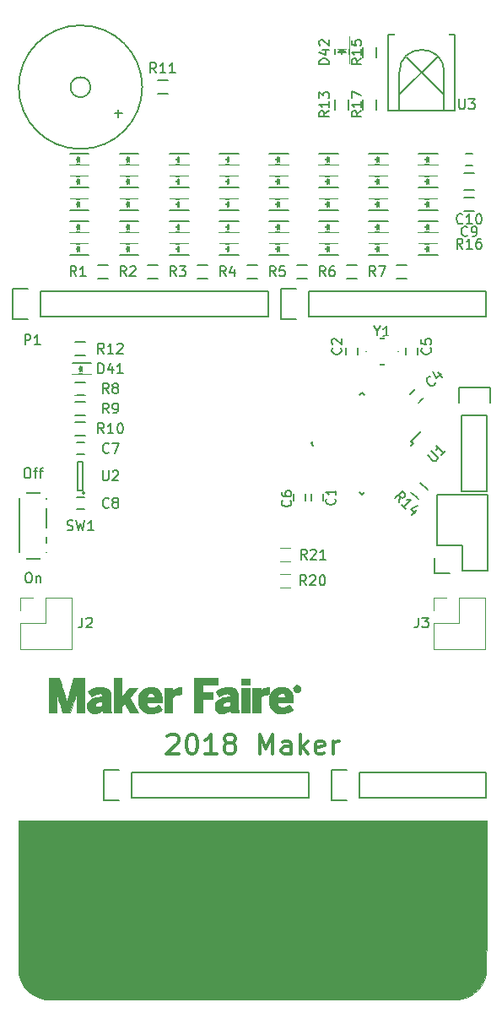
<source format=gto>
G04 #@! TF.FileFunction,Legend,Top*
%FSLAX46Y46*%
G04 Gerber Fmt 4.6, Leading zero omitted, Abs format (unit mm)*
G04 Created by KiCad (PCBNEW 4.0.7) date 09/06/18 20:26:10*
%MOMM*%
%LPD*%
G01*
G04 APERTURE LIST*
%ADD10C,0.100000*%
%ADD11C,0.150000*%
%ADD12C,0.300000*%
%ADD13C,0.010000*%
%ADD14C,0.120000*%
%ADD15C,2.540000*%
%ADD16R,1.050000X1.100000*%
%ADD17R,1.100000X1.050000*%
%ADD18R,1.097560X1.097560*%
%ADD19R,1.498880X1.498880*%
%ADD20R,2.027200X2.332000*%
%ADD21O,2.027200X2.332000*%
%ADD22R,2.027200X2.027200*%
%ADD23O,2.027200X2.027200*%
%ADD24R,0.800000X1.200000*%
%ADD25R,1.200000X0.800000*%
%ADD26C,2.300000*%
%ADD27R,1.360000X0.950000*%
%ADD28R,1.700000X1.500000*%
%ADD29C,1.000000*%
%ADD30R,2.300000X0.900000*%
%ADD31R,0.900000X1.800000*%
%ADD32C,8.300000*%
%ADD33C,1.824000*%
%ADD34R,5.380000X2.840000*%
%ADD35R,1.300000X1.550000*%
%ADD36R,1.750000X0.800000*%
%ADD37R,2.300000X2.300000*%
%ADD38R,2.000000X2.100000*%
%ADD39C,0.850000*%
%ADD40R,2.332000X2.027200*%
%ADD41O,2.332000X2.027200*%
%ADD42R,2.000000X2.000000*%
%ADD43O,2.000000X2.000000*%
G04 APERTURE END LIST*
D10*
D11*
X51833333Y-95702381D02*
X52023810Y-95702381D01*
X52119048Y-95750000D01*
X52214286Y-95845238D01*
X52261905Y-96035714D01*
X52261905Y-96369048D01*
X52214286Y-96559524D01*
X52119048Y-96654762D01*
X52023810Y-96702381D01*
X51833333Y-96702381D01*
X51738095Y-96654762D01*
X51642857Y-96559524D01*
X51595238Y-96369048D01*
X51595238Y-96035714D01*
X51642857Y-95845238D01*
X51738095Y-95750000D01*
X51833333Y-95702381D01*
X52547619Y-96035714D02*
X52928571Y-96035714D01*
X52690476Y-96702381D02*
X52690476Y-95845238D01*
X52738095Y-95750000D01*
X52833333Y-95702381D01*
X52928571Y-95702381D01*
X53119048Y-96035714D02*
X53500000Y-96035714D01*
X53261905Y-96702381D02*
X53261905Y-95845238D01*
X53309524Y-95750000D01*
X53404762Y-95702381D01*
X53500000Y-95702381D01*
X51952381Y-106202381D02*
X52142858Y-106202381D01*
X52238096Y-106250000D01*
X52333334Y-106345238D01*
X52380953Y-106535714D01*
X52380953Y-106869048D01*
X52333334Y-107059524D01*
X52238096Y-107154762D01*
X52142858Y-107202381D01*
X51952381Y-107202381D01*
X51857143Y-107154762D01*
X51761905Y-107059524D01*
X51714286Y-106869048D01*
X51714286Y-106535714D01*
X51761905Y-106345238D01*
X51857143Y-106250000D01*
X51952381Y-106202381D01*
X52809524Y-106535714D02*
X52809524Y-107202381D01*
X52809524Y-106630952D02*
X52857143Y-106583333D01*
X52952381Y-106535714D01*
X53095239Y-106535714D01*
X53190477Y-106583333D01*
X53238096Y-106678571D01*
X53238096Y-107202381D01*
D12*
X65976190Y-122595238D02*
X66071428Y-122500000D01*
X66261905Y-122404762D01*
X66738095Y-122404762D01*
X66928571Y-122500000D01*
X67023809Y-122595238D01*
X67119048Y-122785714D01*
X67119048Y-122976190D01*
X67023809Y-123261905D01*
X65880952Y-124404762D01*
X67119048Y-124404762D01*
X68357143Y-122404762D02*
X68547619Y-122404762D01*
X68738095Y-122500000D01*
X68833333Y-122595238D01*
X68928571Y-122785714D01*
X69023810Y-123166667D01*
X69023810Y-123642857D01*
X68928571Y-124023810D01*
X68833333Y-124214286D01*
X68738095Y-124309524D01*
X68547619Y-124404762D01*
X68357143Y-124404762D01*
X68166667Y-124309524D01*
X68071429Y-124214286D01*
X67976190Y-124023810D01*
X67880952Y-123642857D01*
X67880952Y-123166667D01*
X67976190Y-122785714D01*
X68071429Y-122595238D01*
X68166667Y-122500000D01*
X68357143Y-122404762D01*
X70928572Y-124404762D02*
X69785714Y-124404762D01*
X70357143Y-124404762D02*
X70357143Y-122404762D01*
X70166667Y-122690476D01*
X69976191Y-122880952D01*
X69785714Y-122976190D01*
X72071429Y-123261905D02*
X71880953Y-123166667D01*
X71785714Y-123071429D01*
X71690476Y-122880952D01*
X71690476Y-122785714D01*
X71785714Y-122595238D01*
X71880953Y-122500000D01*
X72071429Y-122404762D01*
X72452381Y-122404762D01*
X72642857Y-122500000D01*
X72738095Y-122595238D01*
X72833334Y-122785714D01*
X72833334Y-122880952D01*
X72738095Y-123071429D01*
X72642857Y-123166667D01*
X72452381Y-123261905D01*
X72071429Y-123261905D01*
X71880953Y-123357143D01*
X71785714Y-123452381D01*
X71690476Y-123642857D01*
X71690476Y-124023810D01*
X71785714Y-124214286D01*
X71880953Y-124309524D01*
X72071429Y-124404762D01*
X72452381Y-124404762D01*
X72642857Y-124309524D01*
X72738095Y-124214286D01*
X72833334Y-124023810D01*
X72833334Y-123642857D01*
X72738095Y-123452381D01*
X72642857Y-123357143D01*
X72452381Y-123261905D01*
X75214286Y-124404762D02*
X75214286Y-122404762D01*
X75880953Y-123833333D01*
X76547620Y-122404762D01*
X76547620Y-124404762D01*
X78357143Y-124404762D02*
X78357143Y-123357143D01*
X78261905Y-123166667D01*
X78071429Y-123071429D01*
X77690477Y-123071429D01*
X77500000Y-123166667D01*
X78357143Y-124309524D02*
X78166667Y-124404762D01*
X77690477Y-124404762D01*
X77500000Y-124309524D01*
X77404762Y-124119048D01*
X77404762Y-123928571D01*
X77500000Y-123738095D01*
X77690477Y-123642857D01*
X78166667Y-123642857D01*
X78357143Y-123547619D01*
X79309524Y-124404762D02*
X79309524Y-122404762D01*
X79500001Y-123642857D02*
X80071429Y-124404762D01*
X80071429Y-123071429D02*
X79309524Y-123833333D01*
X81690477Y-124309524D02*
X81500001Y-124404762D01*
X81119049Y-124404762D01*
X80928572Y-124309524D01*
X80833334Y-124119048D01*
X80833334Y-123357143D01*
X80928572Y-123166667D01*
X81119049Y-123071429D01*
X81500001Y-123071429D01*
X81690477Y-123166667D01*
X81785715Y-123357143D01*
X81785715Y-123547619D01*
X80833334Y-123738095D01*
X82642858Y-124404762D02*
X82642858Y-123071429D01*
X82642858Y-123452381D02*
X82738097Y-123261905D01*
X82833335Y-123166667D01*
X83023811Y-123071429D01*
X83214287Y-123071429D01*
D11*
X81600000Y-98250000D02*
X81600000Y-98950000D01*
X80400000Y-98950000D02*
X80400000Y-98250000D01*
X83900000Y-84350000D02*
X83900000Y-83650000D01*
X85100000Y-83650000D02*
X85100000Y-84350000D01*
X90328249Y-88323223D02*
X90823223Y-87828249D01*
X91671751Y-88676777D02*
X91176777Y-89171751D01*
X91100000Y-83650000D02*
X91100000Y-84350000D01*
X89900000Y-84350000D02*
X89900000Y-83650000D01*
X79800000Y-98250000D02*
X79800000Y-98950000D01*
X78600000Y-98950000D02*
X78600000Y-98250000D01*
X57600000Y-94350000D02*
X56900000Y-94350000D01*
X56900000Y-93150000D02*
X57600000Y-93150000D01*
X56900000Y-98650000D02*
X57600000Y-98650000D01*
X57600000Y-99850000D02*
X56900000Y-99850000D01*
X58100000Y-64200000D02*
X56200000Y-64200000D01*
X58100000Y-65300000D02*
X56200000Y-65300000D01*
X57200000Y-64750000D02*
X56750000Y-64750000D01*
X57250000Y-65000000D02*
X57250000Y-64500000D01*
X57250000Y-64750000D02*
X57000000Y-65000000D01*
X57000000Y-65000000D02*
X57000000Y-64500000D01*
X57000000Y-64500000D02*
X57250000Y-64750000D01*
X58100000Y-66450000D02*
X56200000Y-66450000D01*
X58100000Y-67550000D02*
X56200000Y-67550000D01*
X57200000Y-67000000D02*
X56750000Y-67000000D01*
X57250000Y-67250000D02*
X57250000Y-66750000D01*
X57250000Y-67000000D02*
X57000000Y-67250000D01*
X57000000Y-67250000D02*
X57000000Y-66750000D01*
X57000000Y-66750000D02*
X57250000Y-67000000D01*
X58100000Y-68700000D02*
X56200000Y-68700000D01*
X58100000Y-69800000D02*
X56200000Y-69800000D01*
X57200000Y-69250000D02*
X56750000Y-69250000D01*
X57250000Y-69500000D02*
X57250000Y-69000000D01*
X57250000Y-69250000D02*
X57000000Y-69500000D01*
X57000000Y-69500000D02*
X57000000Y-69000000D01*
X57000000Y-69000000D02*
X57250000Y-69250000D01*
X58100000Y-70950000D02*
X56200000Y-70950000D01*
X58100000Y-72050000D02*
X56200000Y-72050000D01*
X57200000Y-71500000D02*
X56750000Y-71500000D01*
X57250000Y-71750000D02*
X57250000Y-71250000D01*
X57250000Y-71500000D02*
X57000000Y-71750000D01*
X57000000Y-71750000D02*
X57000000Y-71250000D01*
X57000000Y-71250000D02*
X57250000Y-71500000D01*
X58100000Y-73200000D02*
X56200000Y-73200000D01*
X58100000Y-74300000D02*
X56200000Y-74300000D01*
X57200000Y-73750000D02*
X56750000Y-73750000D01*
X57250000Y-74000000D02*
X57250000Y-73500000D01*
X57250000Y-73750000D02*
X57000000Y-74000000D01*
X57000000Y-74000000D02*
X57000000Y-73500000D01*
X57000000Y-73500000D02*
X57250000Y-73750000D01*
X63100000Y-64200000D02*
X61200000Y-64200000D01*
X63100000Y-65300000D02*
X61200000Y-65300000D01*
X62200000Y-64750000D02*
X61750000Y-64750000D01*
X62250000Y-65000000D02*
X62250000Y-64500000D01*
X62250000Y-64750000D02*
X62000000Y-65000000D01*
X62000000Y-65000000D02*
X62000000Y-64500000D01*
X62000000Y-64500000D02*
X62250000Y-64750000D01*
X63100000Y-66450000D02*
X61200000Y-66450000D01*
X63100000Y-67550000D02*
X61200000Y-67550000D01*
X62200000Y-67000000D02*
X61750000Y-67000000D01*
X62250000Y-67250000D02*
X62250000Y-66750000D01*
X62250000Y-67000000D02*
X62000000Y-67250000D01*
X62000000Y-67250000D02*
X62000000Y-66750000D01*
X62000000Y-66750000D02*
X62250000Y-67000000D01*
X63100000Y-68700000D02*
X61200000Y-68700000D01*
X63100000Y-69800000D02*
X61200000Y-69800000D01*
X62200000Y-69250000D02*
X61750000Y-69250000D01*
X62250000Y-69500000D02*
X62250000Y-69000000D01*
X62250000Y-69250000D02*
X62000000Y-69500000D01*
X62000000Y-69500000D02*
X62000000Y-69000000D01*
X62000000Y-69000000D02*
X62250000Y-69250000D01*
X63100000Y-70950000D02*
X61200000Y-70950000D01*
X63100000Y-72050000D02*
X61200000Y-72050000D01*
X62200000Y-71500000D02*
X61750000Y-71500000D01*
X62250000Y-71750000D02*
X62250000Y-71250000D01*
X62250000Y-71500000D02*
X62000000Y-71750000D01*
X62000000Y-71750000D02*
X62000000Y-71250000D01*
X62000000Y-71250000D02*
X62250000Y-71500000D01*
X63100000Y-73200000D02*
X61200000Y-73200000D01*
X63100000Y-74300000D02*
X61200000Y-74300000D01*
X62200000Y-73750000D02*
X61750000Y-73750000D01*
X62250000Y-74000000D02*
X62250000Y-73500000D01*
X62250000Y-73750000D02*
X62000000Y-74000000D01*
X62000000Y-74000000D02*
X62000000Y-73500000D01*
X62000000Y-73500000D02*
X62250000Y-73750000D01*
X68100000Y-64200000D02*
X66200000Y-64200000D01*
X68100000Y-65300000D02*
X66200000Y-65300000D01*
X67200000Y-64750000D02*
X66750000Y-64750000D01*
X67250000Y-65000000D02*
X67250000Y-64500000D01*
X67250000Y-64750000D02*
X67000000Y-65000000D01*
X67000000Y-65000000D02*
X67000000Y-64500000D01*
X67000000Y-64500000D02*
X67250000Y-64750000D01*
X68100000Y-66450000D02*
X66200000Y-66450000D01*
X68100000Y-67550000D02*
X66200000Y-67550000D01*
X67200000Y-67000000D02*
X66750000Y-67000000D01*
X67250000Y-67250000D02*
X67250000Y-66750000D01*
X67250000Y-67000000D02*
X67000000Y-67250000D01*
X67000000Y-67250000D02*
X67000000Y-66750000D01*
X67000000Y-66750000D02*
X67250000Y-67000000D01*
X68100000Y-68700000D02*
X66200000Y-68700000D01*
X68100000Y-69800000D02*
X66200000Y-69800000D01*
X67200000Y-69250000D02*
X66750000Y-69250000D01*
X67250000Y-69500000D02*
X67250000Y-69000000D01*
X67250000Y-69250000D02*
X67000000Y-69500000D01*
X67000000Y-69500000D02*
X67000000Y-69000000D01*
X67000000Y-69000000D02*
X67250000Y-69250000D01*
X68100000Y-70950000D02*
X66200000Y-70950000D01*
X68100000Y-72050000D02*
X66200000Y-72050000D01*
X67200000Y-71500000D02*
X66750000Y-71500000D01*
X67250000Y-71750000D02*
X67250000Y-71250000D01*
X67250000Y-71500000D02*
X67000000Y-71750000D01*
X67000000Y-71750000D02*
X67000000Y-71250000D01*
X67000000Y-71250000D02*
X67250000Y-71500000D01*
X68100000Y-73200000D02*
X66200000Y-73200000D01*
X68100000Y-74300000D02*
X66200000Y-74300000D01*
X67200000Y-73750000D02*
X66750000Y-73750000D01*
X67250000Y-74000000D02*
X67250000Y-73500000D01*
X67250000Y-73750000D02*
X67000000Y-74000000D01*
X67000000Y-74000000D02*
X67000000Y-73500000D01*
X67000000Y-73500000D02*
X67250000Y-73750000D01*
X73100000Y-64200000D02*
X71200000Y-64200000D01*
X73100000Y-65300000D02*
X71200000Y-65300000D01*
X72200000Y-64750000D02*
X71750000Y-64750000D01*
X72250000Y-65000000D02*
X72250000Y-64500000D01*
X72250000Y-64750000D02*
X72000000Y-65000000D01*
X72000000Y-65000000D02*
X72000000Y-64500000D01*
X72000000Y-64500000D02*
X72250000Y-64750000D01*
X73100000Y-66450000D02*
X71200000Y-66450000D01*
X73100000Y-67550000D02*
X71200000Y-67550000D01*
X72200000Y-67000000D02*
X71750000Y-67000000D01*
X72250000Y-67250000D02*
X72250000Y-66750000D01*
X72250000Y-67000000D02*
X72000000Y-67250000D01*
X72000000Y-67250000D02*
X72000000Y-66750000D01*
X72000000Y-66750000D02*
X72250000Y-67000000D01*
X73100000Y-68700000D02*
X71200000Y-68700000D01*
X73100000Y-69800000D02*
X71200000Y-69800000D01*
X72200000Y-69250000D02*
X71750000Y-69250000D01*
X72250000Y-69500000D02*
X72250000Y-69000000D01*
X72250000Y-69250000D02*
X72000000Y-69500000D01*
X72000000Y-69500000D02*
X72000000Y-69000000D01*
X72000000Y-69000000D02*
X72250000Y-69250000D01*
X73100000Y-70950000D02*
X71200000Y-70950000D01*
X73100000Y-72050000D02*
X71200000Y-72050000D01*
X72200000Y-71500000D02*
X71750000Y-71500000D01*
X72250000Y-71750000D02*
X72250000Y-71250000D01*
X72250000Y-71500000D02*
X72000000Y-71750000D01*
X72000000Y-71750000D02*
X72000000Y-71250000D01*
X72000000Y-71250000D02*
X72250000Y-71500000D01*
X73100000Y-73200000D02*
X71200000Y-73200000D01*
X73100000Y-74300000D02*
X71200000Y-74300000D01*
X72200000Y-73750000D02*
X71750000Y-73750000D01*
X72250000Y-74000000D02*
X72250000Y-73500000D01*
X72250000Y-73750000D02*
X72000000Y-74000000D01*
X72000000Y-74000000D02*
X72000000Y-73500000D01*
X72000000Y-73500000D02*
X72250000Y-73750000D01*
X78100000Y-64200000D02*
X76200000Y-64200000D01*
X78100000Y-65300000D02*
X76200000Y-65300000D01*
X77200000Y-64750000D02*
X76750000Y-64750000D01*
X77250000Y-65000000D02*
X77250000Y-64500000D01*
X77250000Y-64750000D02*
X77000000Y-65000000D01*
X77000000Y-65000000D02*
X77000000Y-64500000D01*
X77000000Y-64500000D02*
X77250000Y-64750000D01*
X78100000Y-66450000D02*
X76200000Y-66450000D01*
X78100000Y-67550000D02*
X76200000Y-67550000D01*
X77200000Y-67000000D02*
X76750000Y-67000000D01*
X77250000Y-67250000D02*
X77250000Y-66750000D01*
X77250000Y-67000000D02*
X77000000Y-67250000D01*
X77000000Y-67250000D02*
X77000000Y-66750000D01*
X77000000Y-66750000D02*
X77250000Y-67000000D01*
X78100000Y-68700000D02*
X76200000Y-68700000D01*
X78100000Y-69800000D02*
X76200000Y-69800000D01*
X77200000Y-69250000D02*
X76750000Y-69250000D01*
X77250000Y-69500000D02*
X77250000Y-69000000D01*
X77250000Y-69250000D02*
X77000000Y-69500000D01*
X77000000Y-69500000D02*
X77000000Y-69000000D01*
X77000000Y-69000000D02*
X77250000Y-69250000D01*
X78100000Y-70950000D02*
X76200000Y-70950000D01*
X78100000Y-72050000D02*
X76200000Y-72050000D01*
X77200000Y-71500000D02*
X76750000Y-71500000D01*
X77250000Y-71750000D02*
X77250000Y-71250000D01*
X77250000Y-71500000D02*
X77000000Y-71750000D01*
X77000000Y-71750000D02*
X77000000Y-71250000D01*
X77000000Y-71250000D02*
X77250000Y-71500000D01*
X78100000Y-73200000D02*
X76200000Y-73200000D01*
X78100000Y-74300000D02*
X76200000Y-74300000D01*
X77200000Y-73750000D02*
X76750000Y-73750000D01*
X77250000Y-74000000D02*
X77250000Y-73500000D01*
X77250000Y-73750000D02*
X77000000Y-74000000D01*
X77000000Y-74000000D02*
X77000000Y-73500000D01*
X77000000Y-73500000D02*
X77250000Y-73750000D01*
X83100000Y-64200000D02*
X81200000Y-64200000D01*
X83100000Y-65300000D02*
X81200000Y-65300000D01*
X82200000Y-64750000D02*
X81750000Y-64750000D01*
X82250000Y-65000000D02*
X82250000Y-64500000D01*
X82250000Y-64750000D02*
X82000000Y-65000000D01*
X82000000Y-65000000D02*
X82000000Y-64500000D01*
X82000000Y-64500000D02*
X82250000Y-64750000D01*
X83100000Y-66450000D02*
X81200000Y-66450000D01*
X83100000Y-67550000D02*
X81200000Y-67550000D01*
X82200000Y-67000000D02*
X81750000Y-67000000D01*
X82250000Y-67250000D02*
X82250000Y-66750000D01*
X82250000Y-67000000D02*
X82000000Y-67250000D01*
X82000000Y-67250000D02*
X82000000Y-66750000D01*
X82000000Y-66750000D02*
X82250000Y-67000000D01*
X83100000Y-68700000D02*
X81200000Y-68700000D01*
X83100000Y-69800000D02*
X81200000Y-69800000D01*
X82200000Y-69250000D02*
X81750000Y-69250000D01*
X82250000Y-69500000D02*
X82250000Y-69000000D01*
X82250000Y-69250000D02*
X82000000Y-69500000D01*
X82000000Y-69500000D02*
X82000000Y-69000000D01*
X82000000Y-69000000D02*
X82250000Y-69250000D01*
X83100000Y-70950000D02*
X81200000Y-70950000D01*
X83100000Y-72050000D02*
X81200000Y-72050000D01*
X82200000Y-71500000D02*
X81750000Y-71500000D01*
X82250000Y-71750000D02*
X82250000Y-71250000D01*
X82250000Y-71500000D02*
X82000000Y-71750000D01*
X82000000Y-71750000D02*
X82000000Y-71250000D01*
X82000000Y-71250000D02*
X82250000Y-71500000D01*
X83100000Y-73200000D02*
X81200000Y-73200000D01*
X83100000Y-74300000D02*
X81200000Y-74300000D01*
X82200000Y-73750000D02*
X81750000Y-73750000D01*
X82250000Y-74000000D02*
X82250000Y-73500000D01*
X82250000Y-73750000D02*
X82000000Y-74000000D01*
X82000000Y-74000000D02*
X82000000Y-73500000D01*
X82000000Y-73500000D02*
X82250000Y-73750000D01*
X88100000Y-64200000D02*
X86200000Y-64200000D01*
X88100000Y-65300000D02*
X86200000Y-65300000D01*
X87200000Y-64750000D02*
X86750000Y-64750000D01*
X87250000Y-65000000D02*
X87250000Y-64500000D01*
X87250000Y-64750000D02*
X87000000Y-65000000D01*
X87000000Y-65000000D02*
X87000000Y-64500000D01*
X87000000Y-64500000D02*
X87250000Y-64750000D01*
X88100000Y-66450000D02*
X86200000Y-66450000D01*
X88100000Y-67550000D02*
X86200000Y-67550000D01*
X87200000Y-67000000D02*
X86750000Y-67000000D01*
X87250000Y-67250000D02*
X87250000Y-66750000D01*
X87250000Y-67000000D02*
X87000000Y-67250000D01*
X87000000Y-67250000D02*
X87000000Y-66750000D01*
X87000000Y-66750000D02*
X87250000Y-67000000D01*
X88100000Y-68700000D02*
X86200000Y-68700000D01*
X88100000Y-69800000D02*
X86200000Y-69800000D01*
X87200000Y-69250000D02*
X86750000Y-69250000D01*
X87250000Y-69500000D02*
X87250000Y-69000000D01*
X87250000Y-69250000D02*
X87000000Y-69500000D01*
X87000000Y-69500000D02*
X87000000Y-69000000D01*
X87000000Y-69000000D02*
X87250000Y-69250000D01*
X88100000Y-70950000D02*
X86200000Y-70950000D01*
X88100000Y-72050000D02*
X86200000Y-72050000D01*
X87200000Y-71500000D02*
X86750000Y-71500000D01*
X87250000Y-71750000D02*
X87250000Y-71250000D01*
X87250000Y-71500000D02*
X87000000Y-71750000D01*
X87000000Y-71750000D02*
X87000000Y-71250000D01*
X87000000Y-71250000D02*
X87250000Y-71500000D01*
X88100000Y-73200000D02*
X86200000Y-73200000D01*
X88100000Y-74300000D02*
X86200000Y-74300000D01*
X87200000Y-73750000D02*
X86750000Y-73750000D01*
X87250000Y-74000000D02*
X87250000Y-73500000D01*
X87250000Y-73750000D02*
X87000000Y-74000000D01*
X87000000Y-74000000D02*
X87000000Y-73500000D01*
X87000000Y-73500000D02*
X87250000Y-73750000D01*
X93100000Y-64200000D02*
X91200000Y-64200000D01*
X93100000Y-65300000D02*
X91200000Y-65300000D01*
X92200000Y-64750000D02*
X91750000Y-64750000D01*
X92250000Y-65000000D02*
X92250000Y-64500000D01*
X92250000Y-64750000D02*
X92000000Y-65000000D01*
X92000000Y-65000000D02*
X92000000Y-64500000D01*
X92000000Y-64500000D02*
X92250000Y-64750000D01*
X93100000Y-66450000D02*
X91200000Y-66450000D01*
X93100000Y-67550000D02*
X91200000Y-67550000D01*
X92200000Y-67000000D02*
X91750000Y-67000000D01*
X92250000Y-67250000D02*
X92250000Y-66750000D01*
X92250000Y-67000000D02*
X92000000Y-67250000D01*
X92000000Y-67250000D02*
X92000000Y-66750000D01*
X92000000Y-66750000D02*
X92250000Y-67000000D01*
X93100000Y-68700000D02*
X91200000Y-68700000D01*
X93100000Y-69800000D02*
X91200000Y-69800000D01*
X92200000Y-69250000D02*
X91750000Y-69250000D01*
X92250000Y-69500000D02*
X92250000Y-69000000D01*
X92250000Y-69250000D02*
X92000000Y-69500000D01*
X92000000Y-69500000D02*
X92000000Y-69000000D01*
X92000000Y-69000000D02*
X92250000Y-69250000D01*
X93100000Y-70950000D02*
X91200000Y-70950000D01*
X93100000Y-72050000D02*
X91200000Y-72050000D01*
X92200000Y-71500000D02*
X91750000Y-71500000D01*
X92250000Y-71750000D02*
X92250000Y-71250000D01*
X92250000Y-71500000D02*
X92000000Y-71750000D01*
X92000000Y-71750000D02*
X92000000Y-71250000D01*
X92000000Y-71250000D02*
X92250000Y-71500000D01*
X93100000Y-73200000D02*
X91200000Y-73200000D01*
X93100000Y-74300000D02*
X91200000Y-74300000D01*
X92200000Y-73750000D02*
X91750000Y-73750000D01*
X92250000Y-74000000D02*
X92250000Y-73500000D01*
X92250000Y-73750000D02*
X92000000Y-74000000D01*
X92000000Y-74000000D02*
X92000000Y-73500000D01*
X92000000Y-73500000D02*
X92250000Y-73750000D01*
X58350000Y-85200000D02*
X56450000Y-85200000D01*
X58350000Y-86300000D02*
X56450000Y-86300000D01*
X57450000Y-85750000D02*
X57000000Y-85750000D01*
X57500000Y-86000000D02*
X57500000Y-85500000D01*
X57500000Y-85750000D02*
X57250000Y-86000000D01*
X57250000Y-86000000D02*
X57250000Y-85500000D01*
X57250000Y-85500000D02*
X57500000Y-85750000D01*
X82750000Y-52400000D02*
X82750000Y-55100000D01*
X84250000Y-52400000D02*
X84250000Y-55100000D01*
X83350000Y-53900000D02*
X83600000Y-53900000D01*
X83600000Y-53900000D02*
X83450000Y-53750000D01*
X83850000Y-53650000D02*
X83150000Y-53650000D01*
X83500000Y-54000000D02*
X83500000Y-54350000D01*
X83500000Y-53650000D02*
X83850000Y-54000000D01*
X83850000Y-54000000D02*
X83150000Y-54000000D01*
X83150000Y-54000000D02*
X83500000Y-53650000D01*
X62414000Y-128770000D02*
X80194000Y-128770000D01*
X80194000Y-128770000D02*
X80194000Y-126230000D01*
X80194000Y-126230000D02*
X62414000Y-126230000D01*
X59594000Y-129050000D02*
X61144000Y-129050000D01*
X62414000Y-128770000D02*
X62414000Y-126230000D01*
X61144000Y-125950000D02*
X59594000Y-125950000D01*
X59594000Y-125950000D02*
X59594000Y-129050000D01*
X85274000Y-128770000D02*
X97974000Y-128770000D01*
X97974000Y-128770000D02*
X97974000Y-126230000D01*
X97974000Y-126230000D02*
X85274000Y-126230000D01*
X82454000Y-129050000D02*
X84004000Y-129050000D01*
X85274000Y-128770000D02*
X85274000Y-126230000D01*
X84004000Y-125950000D02*
X82454000Y-125950000D01*
X82454000Y-125950000D02*
X82454000Y-129050000D01*
X53270000Y-80510000D02*
X76130000Y-80510000D01*
X76130000Y-80510000D02*
X76130000Y-77970000D01*
X76130000Y-77970000D02*
X53270000Y-77970000D01*
X50450000Y-80790000D02*
X52000000Y-80790000D01*
X53270000Y-80510000D02*
X53270000Y-77970000D01*
X52000000Y-77690000D02*
X50450000Y-77690000D01*
X50450000Y-77690000D02*
X50450000Y-80790000D01*
X80194000Y-80510000D02*
X97974000Y-80510000D01*
X97974000Y-80510000D02*
X97974000Y-77970000D01*
X97974000Y-77970000D02*
X80194000Y-77970000D01*
X77374000Y-80790000D02*
X78924000Y-80790000D01*
X80194000Y-80510000D02*
X80194000Y-77970000D01*
X78924000Y-77690000D02*
X77374000Y-77690000D01*
X77374000Y-77690000D02*
X77374000Y-80790000D01*
X93034513Y-98380013D02*
X93034513Y-103460013D01*
X92754513Y-106280013D02*
X92754513Y-104730013D01*
X95574513Y-106000013D02*
X95574513Y-103460013D01*
X95574513Y-103460013D02*
X93034513Y-103460013D01*
X93034513Y-98380013D02*
X98114513Y-98380013D01*
X98114513Y-98380013D02*
X98114513Y-103460013D01*
X92754513Y-106280013D02*
X94304513Y-106280013D01*
X98114513Y-106000013D02*
X95574513Y-106000013D01*
X98114513Y-103460013D02*
X98114513Y-106000013D01*
X60000000Y-76675000D02*
X59000000Y-76675000D01*
X59000000Y-75325000D02*
X60000000Y-75325000D01*
X65000000Y-76675000D02*
X64000000Y-76675000D01*
X64000000Y-75325000D02*
X65000000Y-75325000D01*
X70000000Y-76675000D02*
X69000000Y-76675000D01*
X69000000Y-75325000D02*
X70000000Y-75325000D01*
X75000000Y-76675000D02*
X74000000Y-76675000D01*
X74000000Y-75325000D02*
X75000000Y-75325000D01*
X80000000Y-76675000D02*
X79000000Y-76675000D01*
X79000000Y-75325000D02*
X80000000Y-75325000D01*
X84000000Y-75325000D02*
X85000000Y-75325000D01*
X85000000Y-76675000D02*
X84000000Y-76675000D01*
X89000000Y-75325000D02*
X90000000Y-75325000D01*
X90000000Y-76675000D02*
X89000000Y-76675000D01*
X57750000Y-88425000D02*
X56750000Y-88425000D01*
X56750000Y-87075000D02*
X57750000Y-87075000D01*
X57750000Y-90425000D02*
X56750000Y-90425000D01*
X56750000Y-89075000D02*
X57750000Y-89075000D01*
X57750000Y-92425000D02*
X56750000Y-92425000D01*
X56750000Y-91075000D02*
X57750000Y-91075000D01*
X66000000Y-58175000D02*
X65000000Y-58175000D01*
X65000000Y-56825000D02*
X66000000Y-56825000D01*
X57750000Y-84425000D02*
X56750000Y-84425000D01*
X56750000Y-83075000D02*
X57750000Y-83075000D01*
X82825000Y-59750000D02*
X82825000Y-58750000D01*
X84175000Y-58750000D02*
X84175000Y-59750000D01*
X91126256Y-98830850D02*
X90419150Y-98123744D01*
X91373744Y-97169150D02*
X92080850Y-97876256D01*
X58250760Y-57500000D02*
G75*
G03X58250760Y-57500000I-1000760J0D01*
G01*
X63450140Y-57500000D02*
G75*
G03X63450140Y-57500000I-6200140J0D01*
G01*
X90626524Y-93250000D02*
X90396714Y-93020190D01*
X85500000Y-98376524D02*
X85270190Y-98146714D01*
X80373476Y-93250000D02*
X80603286Y-93479810D01*
X85500000Y-88123476D02*
X85729810Y-88353286D01*
X90626524Y-93250000D02*
X90396714Y-93479810D01*
X85500000Y-88123476D02*
X85270190Y-88353286D01*
X80373476Y-93250000D02*
X80603286Y-93020190D01*
X85500000Y-98376524D02*
X85729810Y-98146714D01*
X90396714Y-93020190D02*
X91404342Y-92012563D01*
X57650000Y-98200000D02*
G75*
G03X57650000Y-98200000I-100000J0D01*
G01*
X57000000Y-97950000D02*
X57500000Y-97950000D01*
X57000000Y-95050000D02*
X57000000Y-97950000D01*
X57500000Y-95050000D02*
X57000000Y-95050000D01*
X57500000Y-97950000D02*
X57500000Y-95050000D01*
X85900000Y-82700000D02*
X89100000Y-82700000D01*
X89100000Y-82700000D02*
X89100000Y-85300000D01*
X89100000Y-85300000D02*
X85900000Y-85300000D01*
X85900000Y-85300000D02*
X85900000Y-82700000D01*
X51150000Y-98200000D02*
X53850000Y-98200000D01*
X53850000Y-98200000D02*
X53850000Y-104800000D01*
X53850000Y-104800000D02*
X51150000Y-104800000D01*
X51150000Y-104800000D02*
X51150000Y-98200000D01*
X93750000Y-58250000D02*
X89976000Y-54476000D01*
X89250000Y-58250000D02*
X93024000Y-54476000D01*
X93750000Y-56000000D02*
G75*
G03X89250000Y-56000000I-2250000J0D01*
G01*
X89250000Y-59810000D02*
X89250000Y-56000000D01*
X93750000Y-59810000D02*
X93750000Y-56000000D01*
X88150000Y-52210000D02*
X94850000Y-52210000D01*
X94850000Y-52210000D02*
X94850000Y-59810000D01*
X94850000Y-59810000D02*
X88150000Y-59810000D01*
X88150000Y-59810000D02*
X88150000Y-52210000D01*
X96750000Y-66150000D02*
X95750000Y-66150000D01*
X95750000Y-67850000D02*
X96750000Y-67850000D01*
X95900000Y-64150000D02*
X96600000Y-64150000D01*
X96600000Y-65350000D02*
X95900000Y-65350000D01*
X86925000Y-53500000D02*
X86925000Y-54500000D01*
X85575000Y-54500000D02*
X85575000Y-53500000D01*
X96750000Y-69925000D02*
X95750000Y-69925000D01*
X95750000Y-68575000D02*
X96750000Y-68575000D01*
X86925000Y-58750000D02*
X86925000Y-59750000D01*
X85575000Y-59750000D02*
X85575000Y-58750000D01*
D13*
G36*
X59481925Y-117696627D02*
X59675463Y-117726723D01*
X59833256Y-117780206D01*
X59961192Y-117859795D01*
X60065160Y-117968210D01*
X60148794Y-118103708D01*
X60237900Y-118278916D01*
X60254520Y-119145108D01*
X60259702Y-119374768D01*
X60265917Y-119582569D01*
X60272915Y-119763126D01*
X60280444Y-119911050D01*
X60288254Y-120020954D01*
X60296094Y-120087452D01*
X60298970Y-120100032D01*
X60316274Y-120156167D01*
X60323217Y-120196526D01*
X60313403Y-120223708D01*
X60280436Y-120240309D01*
X60217918Y-120248929D01*
X60119452Y-120252166D01*
X59978643Y-120252619D01*
X59923362Y-120252600D01*
X59772075Y-120252365D01*
X59663945Y-120250968D01*
X59591330Y-120247364D01*
X59546587Y-120240510D01*
X59522073Y-120229364D01*
X59510145Y-120212882D01*
X59504609Y-120195450D01*
X59492177Y-120122997D01*
X59488946Y-120072683D01*
X59483674Y-120016175D01*
X59463757Y-119995388D01*
X59421865Y-120009941D01*
X59350669Y-120059453D01*
X59343211Y-120065124D01*
X59228161Y-120146879D01*
X59126190Y-120202121D01*
X59015280Y-120241058D01*
X58908559Y-120266643D01*
X58720406Y-120295538D01*
X58556877Y-120295112D01*
X58440455Y-120275763D01*
X58279206Y-120216892D01*
X58137511Y-120124880D01*
X58025060Y-120008027D01*
X57951543Y-119874637D01*
X57943278Y-119849795D01*
X57928327Y-119773558D01*
X57917804Y-119669513D01*
X57914048Y-119563853D01*
X57926264Y-119455679D01*
X58702090Y-119455679D01*
X58717704Y-119540489D01*
X58777627Y-119614851D01*
X58815500Y-119640736D01*
X58889896Y-119661128D01*
X58994714Y-119660828D01*
X59114937Y-119641857D01*
X59235545Y-119606235D01*
X59308282Y-119574470D01*
X59450500Y-119501819D01*
X59457877Y-119293009D01*
X59465254Y-119084200D01*
X59394377Y-119084575D01*
X59302109Y-119094109D01*
X59183751Y-119118413D01*
X59059879Y-119152184D01*
X58951069Y-119190122D01*
X58906001Y-119210383D01*
X58797749Y-119283442D01*
X58729275Y-119367602D01*
X58702090Y-119455679D01*
X57926264Y-119455679D01*
X57936006Y-119369427D01*
X58001644Y-119197099D01*
X58111422Y-119046536D01*
X58265802Y-118917407D01*
X58465243Y-118809377D01*
X58710207Y-118722116D01*
X59001153Y-118655289D01*
X59218191Y-118622266D01*
X59341098Y-118604690D01*
X59419235Y-118585419D01*
X59458484Y-118558851D01*
X59464725Y-118519380D01*
X59443838Y-118461403D01*
X59425541Y-118424654D01*
X59361816Y-118353787D01*
X59263870Y-118312876D01*
X59138056Y-118301306D01*
X58990725Y-118318464D01*
X58828229Y-118363736D01*
X58656921Y-118436506D01*
X58520990Y-118512133D01*
X58443551Y-118557665D01*
X58381748Y-118589885D01*
X58349851Y-118601599D01*
X58324241Y-118582005D01*
X58278783Y-118530267D01*
X58221132Y-118456952D01*
X58158943Y-118372627D01*
X58099871Y-118287859D01*
X58051571Y-118213216D01*
X58021698Y-118159265D01*
X58015785Y-118140446D01*
X58035090Y-118108685D01*
X58085117Y-118059331D01*
X58149135Y-118007611D01*
X58362971Y-117873468D01*
X58594991Y-117776934D01*
X58851745Y-117716095D01*
X59139783Y-117689042D01*
X59246752Y-117687200D01*
X59481925Y-117696627D01*
X59481925Y-117696627D01*
G37*
X59481925Y-117696627D02*
X59675463Y-117726723D01*
X59833256Y-117780206D01*
X59961192Y-117859795D01*
X60065160Y-117968210D01*
X60148794Y-118103708D01*
X60237900Y-118278916D01*
X60254520Y-119145108D01*
X60259702Y-119374768D01*
X60265917Y-119582569D01*
X60272915Y-119763126D01*
X60280444Y-119911050D01*
X60288254Y-120020954D01*
X60296094Y-120087452D01*
X60298970Y-120100032D01*
X60316274Y-120156167D01*
X60323217Y-120196526D01*
X60313403Y-120223708D01*
X60280436Y-120240309D01*
X60217918Y-120248929D01*
X60119452Y-120252166D01*
X59978643Y-120252619D01*
X59923362Y-120252600D01*
X59772075Y-120252365D01*
X59663945Y-120250968D01*
X59591330Y-120247364D01*
X59546587Y-120240510D01*
X59522073Y-120229364D01*
X59510145Y-120212882D01*
X59504609Y-120195450D01*
X59492177Y-120122997D01*
X59488946Y-120072683D01*
X59483674Y-120016175D01*
X59463757Y-119995388D01*
X59421865Y-120009941D01*
X59350669Y-120059453D01*
X59343211Y-120065124D01*
X59228161Y-120146879D01*
X59126190Y-120202121D01*
X59015280Y-120241058D01*
X58908559Y-120266643D01*
X58720406Y-120295538D01*
X58556877Y-120295112D01*
X58440455Y-120275763D01*
X58279206Y-120216892D01*
X58137511Y-120124880D01*
X58025060Y-120008027D01*
X57951543Y-119874637D01*
X57943278Y-119849795D01*
X57928327Y-119773558D01*
X57917804Y-119669513D01*
X57914048Y-119563853D01*
X57926264Y-119455679D01*
X58702090Y-119455679D01*
X58717704Y-119540489D01*
X58777627Y-119614851D01*
X58815500Y-119640736D01*
X58889896Y-119661128D01*
X58994714Y-119660828D01*
X59114937Y-119641857D01*
X59235545Y-119606235D01*
X59308282Y-119574470D01*
X59450500Y-119501819D01*
X59457877Y-119293009D01*
X59465254Y-119084200D01*
X59394377Y-119084575D01*
X59302109Y-119094109D01*
X59183751Y-119118413D01*
X59059879Y-119152184D01*
X58951069Y-119190122D01*
X58906001Y-119210383D01*
X58797749Y-119283442D01*
X58729275Y-119367602D01*
X58702090Y-119455679D01*
X57926264Y-119455679D01*
X57936006Y-119369427D01*
X58001644Y-119197099D01*
X58111422Y-119046536D01*
X58265802Y-118917407D01*
X58465243Y-118809377D01*
X58710207Y-118722116D01*
X59001153Y-118655289D01*
X59218191Y-118622266D01*
X59341098Y-118604690D01*
X59419235Y-118585419D01*
X59458484Y-118558851D01*
X59464725Y-118519380D01*
X59443838Y-118461403D01*
X59425541Y-118424654D01*
X59361816Y-118353787D01*
X59263870Y-118312876D01*
X59138056Y-118301306D01*
X58990725Y-118318464D01*
X58828229Y-118363736D01*
X58656921Y-118436506D01*
X58520990Y-118512133D01*
X58443551Y-118557665D01*
X58381748Y-118589885D01*
X58349851Y-118601599D01*
X58324241Y-118582005D01*
X58278783Y-118530267D01*
X58221132Y-118456952D01*
X58158943Y-118372627D01*
X58099871Y-118287859D01*
X58051571Y-118213216D01*
X58021698Y-118159265D01*
X58015785Y-118140446D01*
X58035090Y-118108685D01*
X58085117Y-118059331D01*
X58149135Y-118007611D01*
X58362971Y-117873468D01*
X58594991Y-117776934D01*
X58851745Y-117716095D01*
X59139783Y-117689042D01*
X59246752Y-117687200D01*
X59481925Y-117696627D01*
G36*
X64280696Y-117689361D02*
X64360984Y-117691839D01*
X64554776Y-117706110D01*
X64711976Y-117736472D01*
X64845540Y-117787808D01*
X64968424Y-117865005D01*
X65085050Y-117964827D01*
X65211895Y-118108815D01*
X65309735Y-118276002D01*
X65380778Y-118472355D01*
X65427232Y-118703837D01*
X65450041Y-118950850D01*
X65465149Y-119236600D01*
X64648574Y-119236600D01*
X64413227Y-119237016D01*
X64224489Y-119238375D01*
X64078173Y-119240839D01*
X63970095Y-119244571D01*
X63896067Y-119249734D01*
X63851906Y-119256490D01*
X63833425Y-119265002D01*
X63832248Y-119268350D01*
X63845191Y-119319859D01*
X63877545Y-119396072D01*
X63920374Y-119479536D01*
X63964745Y-119552798D01*
X64000779Y-119597581D01*
X64122235Y-119672710D01*
X64270275Y-119711119D01*
X64437001Y-119713392D01*
X64614516Y-119680111D01*
X64794919Y-119611860D01*
X64942859Y-119527969D01*
X65016481Y-119481758D01*
X65074865Y-119449836D01*
X65102178Y-119439800D01*
X65127132Y-119460015D01*
X65170100Y-119513320D01*
X65223884Y-119588701D01*
X65281288Y-119675143D01*
X65335114Y-119761634D01*
X65378167Y-119837160D01*
X65403247Y-119890708D01*
X65406800Y-119905952D01*
X65383787Y-119953862D01*
X65320374Y-120011081D01*
X65225001Y-120072933D01*
X65106103Y-120134745D01*
X64972120Y-120191842D01*
X64831491Y-120239550D01*
X64778001Y-120254262D01*
X64635685Y-120280236D01*
X64462655Y-120296158D01*
X64278092Y-120301535D01*
X64101174Y-120295873D01*
X63951082Y-120278677D01*
X63936351Y-120275927D01*
X63780331Y-120228848D01*
X63615309Y-120151650D01*
X63462243Y-120055238D01*
X63375511Y-119984107D01*
X63230917Y-119814284D01*
X63124033Y-119611021D01*
X63055153Y-119375237D01*
X63024573Y-119107854D01*
X63026566Y-118893892D01*
X63048388Y-118728600D01*
X63835083Y-118728600D01*
X64726507Y-118728600D01*
X64709094Y-118658750D01*
X64655101Y-118513433D01*
X64575780Y-118396218D01*
X64539418Y-118361015D01*
X64427553Y-118296586D01*
X64305748Y-118276182D01*
X64182616Y-118296536D01*
X64066771Y-118354384D01*
X63966825Y-118446459D01*
X63891392Y-118569495D01*
X63874415Y-118613167D01*
X63835083Y-118728600D01*
X63048388Y-118728600D01*
X63062265Y-118623498D01*
X63137388Y-118384376D01*
X63251301Y-118177377D01*
X63403369Y-118003351D01*
X63592960Y-117863149D01*
X63819439Y-117757621D01*
X63891084Y-117733882D01*
X63979858Y-117709794D01*
X64063937Y-117695279D01*
X64158993Y-117688935D01*
X64280696Y-117689361D01*
X64280696Y-117689361D01*
G37*
X64280696Y-117689361D02*
X64360984Y-117691839D01*
X64554776Y-117706110D01*
X64711976Y-117736472D01*
X64845540Y-117787808D01*
X64968424Y-117865005D01*
X65085050Y-117964827D01*
X65211895Y-118108815D01*
X65309735Y-118276002D01*
X65380778Y-118472355D01*
X65427232Y-118703837D01*
X65450041Y-118950850D01*
X65465149Y-119236600D01*
X64648574Y-119236600D01*
X64413227Y-119237016D01*
X64224489Y-119238375D01*
X64078173Y-119240839D01*
X63970095Y-119244571D01*
X63896067Y-119249734D01*
X63851906Y-119256490D01*
X63833425Y-119265002D01*
X63832248Y-119268350D01*
X63845191Y-119319859D01*
X63877545Y-119396072D01*
X63920374Y-119479536D01*
X63964745Y-119552798D01*
X64000779Y-119597581D01*
X64122235Y-119672710D01*
X64270275Y-119711119D01*
X64437001Y-119713392D01*
X64614516Y-119680111D01*
X64794919Y-119611860D01*
X64942859Y-119527969D01*
X65016481Y-119481758D01*
X65074865Y-119449836D01*
X65102178Y-119439800D01*
X65127132Y-119460015D01*
X65170100Y-119513320D01*
X65223884Y-119588701D01*
X65281288Y-119675143D01*
X65335114Y-119761634D01*
X65378167Y-119837160D01*
X65403247Y-119890708D01*
X65406800Y-119905952D01*
X65383787Y-119953862D01*
X65320374Y-120011081D01*
X65225001Y-120072933D01*
X65106103Y-120134745D01*
X64972120Y-120191842D01*
X64831491Y-120239550D01*
X64778001Y-120254262D01*
X64635685Y-120280236D01*
X64462655Y-120296158D01*
X64278092Y-120301535D01*
X64101174Y-120295873D01*
X63951082Y-120278677D01*
X63936351Y-120275927D01*
X63780331Y-120228848D01*
X63615309Y-120151650D01*
X63462243Y-120055238D01*
X63375511Y-119984107D01*
X63230917Y-119814284D01*
X63124033Y-119611021D01*
X63055153Y-119375237D01*
X63024573Y-119107854D01*
X63026566Y-118893892D01*
X63048388Y-118728600D01*
X63835083Y-118728600D01*
X64726507Y-118728600D01*
X64709094Y-118658750D01*
X64655101Y-118513433D01*
X64575780Y-118396218D01*
X64539418Y-118361015D01*
X64427553Y-118296586D01*
X64305748Y-118276182D01*
X64182616Y-118296536D01*
X64066771Y-118354384D01*
X63966825Y-118446459D01*
X63891392Y-118569495D01*
X63874415Y-118613167D01*
X63835083Y-118728600D01*
X63048388Y-118728600D01*
X63062265Y-118623498D01*
X63137388Y-118384376D01*
X63251301Y-118177377D01*
X63403369Y-118003351D01*
X63592960Y-117863149D01*
X63819439Y-117757621D01*
X63891084Y-117733882D01*
X63979858Y-117709794D01*
X64063937Y-117695279D01*
X64158993Y-117688935D01*
X64280696Y-117689361D01*
G36*
X72261269Y-117695840D02*
X72416829Y-117712550D01*
X72543680Y-117737673D01*
X72607700Y-117759618D01*
X72772870Y-117860184D01*
X72902451Y-117996790D01*
X72995907Y-118168710D01*
X73049927Y-118359636D01*
X73057549Y-118426455D01*
X73064411Y-118535897D01*
X73070237Y-118679788D01*
X73074749Y-118849952D01*
X73077673Y-119038215D01*
X73078706Y-119209514D01*
X73079543Y-119434225D01*
X73081578Y-119615451D01*
X73085275Y-119760502D01*
X73091099Y-119876687D01*
X73099512Y-119971318D01*
X73110980Y-120051704D01*
X73125968Y-120125154D01*
X73140511Y-120182750D01*
X73159307Y-120252600D01*
X72343387Y-120252600D01*
X72316935Y-120157350D01*
X72299402Y-120082625D01*
X72290583Y-120022371D01*
X72290341Y-120015515D01*
X72285058Y-119991600D01*
X72263179Y-119994854D01*
X72215323Y-120028075D01*
X72194950Y-120043947D01*
X72001198Y-120167930D01*
X71789743Y-120252230D01*
X71570220Y-120294651D01*
X71352260Y-120292997D01*
X71215747Y-120267181D01*
X71051024Y-120197315D01*
X70910474Y-120085460D01*
X70805950Y-119945074D01*
X70766834Y-119870555D01*
X70743551Y-119805728D01*
X70732088Y-119732368D01*
X70728430Y-119632246D01*
X70728253Y-119592200D01*
X70730719Y-119474846D01*
X70731446Y-119468678D01*
X71519733Y-119468678D01*
X71541298Y-119558067D01*
X71602203Y-119621976D01*
X71696757Y-119658447D01*
X71819273Y-119665521D01*
X71964063Y-119641237D01*
X71995208Y-119632441D01*
X72089287Y-119595174D01*
X72179409Y-119545676D01*
X72202445Y-119529548D01*
X72246389Y-119494022D01*
X72272488Y-119461067D01*
X72285391Y-119416606D01*
X72289746Y-119346558D01*
X72290200Y-119263758D01*
X72290200Y-119064903D01*
X72093350Y-119102027D01*
X71893119Y-119150920D01*
X71733139Y-119213731D01*
X71615913Y-119288861D01*
X71543944Y-119374708D01*
X71519733Y-119468678D01*
X70731446Y-119468678D01*
X70740903Y-119388478D01*
X70762681Y-119313424D01*
X70799498Y-119230904D01*
X70903309Y-119074309D01*
X71050459Y-118939743D01*
X71241592Y-118826890D01*
X71477353Y-118735432D01*
X71758386Y-118665053D01*
X72044561Y-118620197D01*
X72294222Y-118589961D01*
X72279209Y-118514897D01*
X72237226Y-118418877D01*
X72159364Y-118351923D01*
X72051424Y-118314063D01*
X71919206Y-118305321D01*
X71768512Y-118325724D01*
X71605144Y-118375298D01*
X71434902Y-118454071D01*
X71339194Y-118510648D01*
X71261961Y-118556990D01*
X71199095Y-118589199D01*
X71165756Y-118600019D01*
X71136081Y-118579214D01*
X71087940Y-118525923D01*
X71029158Y-118451129D01*
X70967563Y-118365812D01*
X70910980Y-118280954D01*
X70867233Y-118207538D01*
X70844150Y-118156544D01*
X70842400Y-118146262D01*
X70865306Y-118094755D01*
X70928452Y-118033094D01*
X71023476Y-117965916D01*
X71142017Y-117897853D01*
X71275714Y-117833540D01*
X71416207Y-117777613D01*
X71555134Y-117734704D01*
X71606789Y-117722562D01*
X71749760Y-117700904D01*
X71914992Y-117689545D01*
X72089743Y-117688014D01*
X72261269Y-117695840D01*
X72261269Y-117695840D01*
G37*
X72261269Y-117695840D02*
X72416829Y-117712550D01*
X72543680Y-117737673D01*
X72607700Y-117759618D01*
X72772870Y-117860184D01*
X72902451Y-117996790D01*
X72995907Y-118168710D01*
X73049927Y-118359636D01*
X73057549Y-118426455D01*
X73064411Y-118535897D01*
X73070237Y-118679788D01*
X73074749Y-118849952D01*
X73077673Y-119038215D01*
X73078706Y-119209514D01*
X73079543Y-119434225D01*
X73081578Y-119615451D01*
X73085275Y-119760502D01*
X73091099Y-119876687D01*
X73099512Y-119971318D01*
X73110980Y-120051704D01*
X73125968Y-120125154D01*
X73140511Y-120182750D01*
X73159307Y-120252600D01*
X72343387Y-120252600D01*
X72316935Y-120157350D01*
X72299402Y-120082625D01*
X72290583Y-120022371D01*
X72290341Y-120015515D01*
X72285058Y-119991600D01*
X72263179Y-119994854D01*
X72215323Y-120028075D01*
X72194950Y-120043947D01*
X72001198Y-120167930D01*
X71789743Y-120252230D01*
X71570220Y-120294651D01*
X71352260Y-120292997D01*
X71215747Y-120267181D01*
X71051024Y-120197315D01*
X70910474Y-120085460D01*
X70805950Y-119945074D01*
X70766834Y-119870555D01*
X70743551Y-119805728D01*
X70732088Y-119732368D01*
X70728430Y-119632246D01*
X70728253Y-119592200D01*
X70730719Y-119474846D01*
X70731446Y-119468678D01*
X71519733Y-119468678D01*
X71541298Y-119558067D01*
X71602203Y-119621976D01*
X71696757Y-119658447D01*
X71819273Y-119665521D01*
X71964063Y-119641237D01*
X71995208Y-119632441D01*
X72089287Y-119595174D01*
X72179409Y-119545676D01*
X72202445Y-119529548D01*
X72246389Y-119494022D01*
X72272488Y-119461067D01*
X72285391Y-119416606D01*
X72289746Y-119346558D01*
X72290200Y-119263758D01*
X72290200Y-119064903D01*
X72093350Y-119102027D01*
X71893119Y-119150920D01*
X71733139Y-119213731D01*
X71615913Y-119288861D01*
X71543944Y-119374708D01*
X71519733Y-119468678D01*
X70731446Y-119468678D01*
X70740903Y-119388478D01*
X70762681Y-119313424D01*
X70799498Y-119230904D01*
X70903309Y-119074309D01*
X71050459Y-118939743D01*
X71241592Y-118826890D01*
X71477353Y-118735432D01*
X71758386Y-118665053D01*
X72044561Y-118620197D01*
X72294222Y-118589961D01*
X72279209Y-118514897D01*
X72237226Y-118418877D01*
X72159364Y-118351923D01*
X72051424Y-118314063D01*
X71919206Y-118305321D01*
X71768512Y-118325724D01*
X71605144Y-118375298D01*
X71434902Y-118454071D01*
X71339194Y-118510648D01*
X71261961Y-118556990D01*
X71199095Y-118589199D01*
X71165756Y-118600019D01*
X71136081Y-118579214D01*
X71087940Y-118525923D01*
X71029158Y-118451129D01*
X70967563Y-118365812D01*
X70910980Y-118280954D01*
X70867233Y-118207538D01*
X70844150Y-118156544D01*
X70842400Y-118146262D01*
X70865306Y-118094755D01*
X70928452Y-118033094D01*
X71023476Y-117965916D01*
X71142017Y-117897853D01*
X71275714Y-117833540D01*
X71416207Y-117777613D01*
X71555134Y-117734704D01*
X71606789Y-117722562D01*
X71749760Y-117700904D01*
X71914992Y-117689545D01*
X72089743Y-117688014D01*
X72261269Y-117695840D01*
G36*
X77481061Y-117692915D02*
X77679147Y-117707969D01*
X77839980Y-117738825D01*
X77975796Y-117789812D01*
X78098830Y-117865263D01*
X78196099Y-117945984D01*
X78341644Y-118112157D01*
X78451666Y-118312570D01*
X78526492Y-118548118D01*
X78566448Y-118819695D01*
X78573652Y-118982600D01*
X78576700Y-119223900D01*
X77770250Y-119230606D01*
X77539669Y-119232361D01*
X77355305Y-119234171D01*
X77212584Y-119237220D01*
X77106936Y-119242693D01*
X77033787Y-119251774D01*
X76988567Y-119265648D01*
X76966703Y-119285499D01*
X76963624Y-119312511D01*
X76974758Y-119347869D01*
X76995533Y-119392758D01*
X77011807Y-119427100D01*
X77096011Y-119554440D01*
X77210831Y-119645610D01*
X77350683Y-119700083D01*
X77509989Y-119717336D01*
X77683168Y-119696841D01*
X77864638Y-119638073D01*
X78048819Y-119540507D01*
X78069958Y-119526752D01*
X78143284Y-119480852D01*
X78201607Y-119449341D01*
X78228478Y-119439800D01*
X78253295Y-119459946D01*
X78296412Y-119513111D01*
X78350620Y-119588379D01*
X78408711Y-119674837D01*
X78463477Y-119761571D01*
X78507709Y-119837667D01*
X78534200Y-119892210D01*
X78538600Y-119909353D01*
X78515856Y-119953340D01*
X78453534Y-120007760D01*
X78360497Y-120067749D01*
X78245611Y-120128445D01*
X78117738Y-120184983D01*
X77985742Y-120232499D01*
X77910181Y-120254164D01*
X77760641Y-120281780D01*
X77584385Y-120297793D01*
X77398609Y-120302040D01*
X77220512Y-120294358D01*
X77067292Y-120274583D01*
X77014600Y-120262661D01*
X76780810Y-120177000D01*
X76581037Y-120055058D01*
X76417138Y-119898491D01*
X76290973Y-119708955D01*
X76227462Y-119561454D01*
X76195790Y-119437879D01*
X76172158Y-119280366D01*
X76157501Y-119105276D01*
X76152756Y-118928970D01*
X76158857Y-118767811D01*
X76164078Y-118728600D01*
X76960376Y-118728600D01*
X77848705Y-118728600D01*
X77822550Y-118633350D01*
X77765594Y-118483921D01*
X77686639Y-118377511D01*
X77581484Y-118309560D01*
X77501564Y-118284803D01*
X77363765Y-118278634D01*
X77237472Y-118319483D01*
X77127140Y-118404063D01*
X77037221Y-118529085D01*
X76978047Y-118671450D01*
X76960376Y-118728600D01*
X76164078Y-118728600D01*
X76175114Y-118645730D01*
X76241777Y-118433772D01*
X76347585Y-118234115D01*
X76485180Y-118056718D01*
X76647207Y-117911536D01*
X76776484Y-117831721D01*
X76931616Y-117762033D01*
X77079084Y-117717612D01*
X77236028Y-117695082D01*
X77419589Y-117691066D01*
X77481061Y-117692915D01*
X77481061Y-117692915D01*
G37*
X77481061Y-117692915D02*
X77679147Y-117707969D01*
X77839980Y-117738825D01*
X77975796Y-117789812D01*
X78098830Y-117865263D01*
X78196099Y-117945984D01*
X78341644Y-118112157D01*
X78451666Y-118312570D01*
X78526492Y-118548118D01*
X78566448Y-118819695D01*
X78573652Y-118982600D01*
X78576700Y-119223900D01*
X77770250Y-119230606D01*
X77539669Y-119232361D01*
X77355305Y-119234171D01*
X77212584Y-119237220D01*
X77106936Y-119242693D01*
X77033787Y-119251774D01*
X76988567Y-119265648D01*
X76966703Y-119285499D01*
X76963624Y-119312511D01*
X76974758Y-119347869D01*
X76995533Y-119392758D01*
X77011807Y-119427100D01*
X77096011Y-119554440D01*
X77210831Y-119645610D01*
X77350683Y-119700083D01*
X77509989Y-119717336D01*
X77683168Y-119696841D01*
X77864638Y-119638073D01*
X78048819Y-119540507D01*
X78069958Y-119526752D01*
X78143284Y-119480852D01*
X78201607Y-119449341D01*
X78228478Y-119439800D01*
X78253295Y-119459946D01*
X78296412Y-119513111D01*
X78350620Y-119588379D01*
X78408711Y-119674837D01*
X78463477Y-119761571D01*
X78507709Y-119837667D01*
X78534200Y-119892210D01*
X78538600Y-119909353D01*
X78515856Y-119953340D01*
X78453534Y-120007760D01*
X78360497Y-120067749D01*
X78245611Y-120128445D01*
X78117738Y-120184983D01*
X77985742Y-120232499D01*
X77910181Y-120254164D01*
X77760641Y-120281780D01*
X77584385Y-120297793D01*
X77398609Y-120302040D01*
X77220512Y-120294358D01*
X77067292Y-120274583D01*
X77014600Y-120262661D01*
X76780810Y-120177000D01*
X76581037Y-120055058D01*
X76417138Y-119898491D01*
X76290973Y-119708955D01*
X76227462Y-119561454D01*
X76195790Y-119437879D01*
X76172158Y-119280366D01*
X76157501Y-119105276D01*
X76152756Y-118928970D01*
X76158857Y-118767811D01*
X76164078Y-118728600D01*
X76960376Y-118728600D01*
X77848705Y-118728600D01*
X77822550Y-118633350D01*
X77765594Y-118483921D01*
X77686639Y-118377511D01*
X77581484Y-118309560D01*
X77501564Y-118284803D01*
X77363765Y-118278634D01*
X77237472Y-118319483D01*
X77127140Y-118404063D01*
X77037221Y-118529085D01*
X76978047Y-118671450D01*
X76960376Y-118728600D01*
X76164078Y-118728600D01*
X76175114Y-118645730D01*
X76241777Y-118433772D01*
X76347585Y-118234115D01*
X76485180Y-118056718D01*
X76647207Y-117911536D01*
X76776484Y-117831721D01*
X76931616Y-117762033D01*
X77079084Y-117717612D01*
X77236028Y-117695082D01*
X77419589Y-117691066D01*
X77481061Y-117692915D01*
G36*
X57634400Y-120252600D02*
X56847000Y-120252600D01*
X56845188Y-119242950D01*
X56843377Y-118233300D01*
X56783454Y-118445727D01*
X56760662Y-118522631D01*
X56724442Y-118639991D01*
X56677269Y-118790014D01*
X56621615Y-118964907D01*
X56559953Y-119156878D01*
X56494756Y-119358136D01*
X56462841Y-119456028D01*
X56202150Y-120253901D01*
X55834696Y-120246900D01*
X55467241Y-120239900D01*
X55228738Y-119503300D01*
X55163814Y-119301920D01*
X55099452Y-119100694D01*
X55038617Y-118909011D01*
X54984274Y-118736255D01*
X54939387Y-118591813D01*
X54906923Y-118485074D01*
X54903812Y-118474600D01*
X54817390Y-118182500D01*
X54815000Y-120252600D01*
X54078400Y-120252600D01*
X54078400Y-116772800D01*
X54608065Y-116772799D01*
X55137730Y-116772799D01*
X55251751Y-117147449D01*
X55287830Y-117266167D01*
X55335732Y-117424042D01*
X55392586Y-117611602D01*
X55455523Y-117819374D01*
X55521674Y-118037887D01*
X55588168Y-118257669D01*
X55616827Y-118352441D01*
X55676101Y-118547539D01*
X55730835Y-118725883D01*
X55779296Y-118881967D01*
X55819751Y-119010283D01*
X55850468Y-119105326D01*
X55869714Y-119161589D01*
X55875677Y-119174988D01*
X55883922Y-119149740D01*
X55904574Y-119080325D01*
X55936276Y-118971472D01*
X55977669Y-118827915D01*
X56027392Y-118654384D01*
X56084087Y-118455610D01*
X56146395Y-118236325D01*
X56212956Y-118001260D01*
X56219998Y-117976346D01*
X56556524Y-116785500D01*
X57095462Y-116778644D01*
X57634400Y-116771789D01*
X57634400Y-120252600D01*
X57634400Y-120252600D01*
G37*
X57634400Y-120252600D02*
X56847000Y-120252600D01*
X56845188Y-119242950D01*
X56843377Y-118233300D01*
X56783454Y-118445727D01*
X56760662Y-118522631D01*
X56724442Y-118639991D01*
X56677269Y-118790014D01*
X56621615Y-118964907D01*
X56559953Y-119156878D01*
X56494756Y-119358136D01*
X56462841Y-119456028D01*
X56202150Y-120253901D01*
X55834696Y-120246900D01*
X55467241Y-120239900D01*
X55228738Y-119503300D01*
X55163814Y-119301920D01*
X55099452Y-119100694D01*
X55038617Y-118909011D01*
X54984274Y-118736255D01*
X54939387Y-118591813D01*
X54906923Y-118485074D01*
X54903812Y-118474600D01*
X54817390Y-118182500D01*
X54815000Y-120252600D01*
X54078400Y-120252600D01*
X54078400Y-116772800D01*
X54608065Y-116772799D01*
X55137730Y-116772799D01*
X55251751Y-117147449D01*
X55287830Y-117266167D01*
X55335732Y-117424042D01*
X55392586Y-117611602D01*
X55455523Y-117819374D01*
X55521674Y-118037887D01*
X55588168Y-118257669D01*
X55616827Y-118352441D01*
X55676101Y-118547539D01*
X55730835Y-118725883D01*
X55779296Y-118881967D01*
X55819751Y-119010283D01*
X55850468Y-119105326D01*
X55869714Y-119161589D01*
X55875677Y-119174988D01*
X55883922Y-119149740D01*
X55904574Y-119080325D01*
X55936276Y-118971472D01*
X55977669Y-118827915D01*
X56027392Y-118654384D01*
X56084087Y-118455610D01*
X56146395Y-118236325D01*
X56212956Y-118001260D01*
X56219998Y-117976346D01*
X56556524Y-116785500D01*
X57095462Y-116778644D01*
X57634400Y-116771789D01*
X57634400Y-120252600D01*
G36*
X61406300Y-118572328D02*
X61749200Y-118156542D01*
X62092100Y-117740755D01*
X62517550Y-117739377D01*
X62675716Y-117739417D01*
X62789902Y-117741121D01*
X62866915Y-117745091D01*
X62913563Y-117751930D01*
X62936654Y-117762239D01*
X62942997Y-117776621D01*
X62943000Y-117777023D01*
X62926853Y-117806649D01*
X62881603Y-117868172D01*
X62812040Y-117955646D01*
X62722949Y-118063124D01*
X62619119Y-118184661D01*
X62562527Y-118249579D01*
X62439541Y-118390317D01*
X62346801Y-118498411D01*
X62280602Y-118579001D01*
X62237239Y-118637231D01*
X62213007Y-118678244D01*
X62204200Y-118707182D01*
X62207114Y-118729189D01*
X62210943Y-118737605D01*
X62230031Y-118772718D01*
X62270464Y-118846461D01*
X62329028Y-118952993D01*
X62402510Y-119086474D01*
X62487696Y-119241066D01*
X62581373Y-119410929D01*
X62629516Y-119498177D01*
X62724785Y-119671552D01*
X62811625Y-119831037D01*
X62887092Y-119971112D01*
X62948245Y-120086259D01*
X62992140Y-120170960D01*
X63015836Y-120219696D01*
X63019200Y-120229041D01*
X62994536Y-120238269D01*
X62923342Y-120244570D01*
X62809814Y-120247769D01*
X62658147Y-120247687D01*
X62597632Y-120246864D01*
X62176064Y-120239900D01*
X61919734Y-119767619D01*
X61663405Y-119295339D01*
X61529428Y-119437419D01*
X61395452Y-119579500D01*
X61393600Y-120252600D01*
X60580800Y-120252600D01*
X60580800Y-116772800D01*
X61392958Y-116772800D01*
X61406300Y-118572328D01*
X61406300Y-118572328D01*
G37*
X61406300Y-118572328D02*
X61749200Y-118156542D01*
X62092100Y-117740755D01*
X62517550Y-117739377D01*
X62675716Y-117739417D01*
X62789902Y-117741121D01*
X62866915Y-117745091D01*
X62913563Y-117751930D01*
X62936654Y-117762239D01*
X62942997Y-117776621D01*
X62943000Y-117777023D01*
X62926853Y-117806649D01*
X62881603Y-117868172D01*
X62812040Y-117955646D01*
X62722949Y-118063124D01*
X62619119Y-118184661D01*
X62562527Y-118249579D01*
X62439541Y-118390317D01*
X62346801Y-118498411D01*
X62280602Y-118579001D01*
X62237239Y-118637231D01*
X62213007Y-118678244D01*
X62204200Y-118707182D01*
X62207114Y-118729189D01*
X62210943Y-118737605D01*
X62230031Y-118772718D01*
X62270464Y-118846461D01*
X62329028Y-118952993D01*
X62402510Y-119086474D01*
X62487696Y-119241066D01*
X62581373Y-119410929D01*
X62629516Y-119498177D01*
X62724785Y-119671552D01*
X62811625Y-119831037D01*
X62887092Y-119971112D01*
X62948245Y-120086259D01*
X62992140Y-120170960D01*
X63015836Y-120219696D01*
X63019200Y-120229041D01*
X62994536Y-120238269D01*
X62923342Y-120244570D01*
X62809814Y-120247769D01*
X62658147Y-120247687D01*
X62597632Y-120246864D01*
X62176064Y-120239900D01*
X61919734Y-119767619D01*
X61663405Y-119295339D01*
X61529428Y-119437419D01*
X61395452Y-119579500D01*
X61393600Y-120252600D01*
X60580800Y-120252600D01*
X60580800Y-116772800D01*
X61392958Y-116772800D01*
X61406300Y-118572328D01*
G36*
X67337200Y-118392186D02*
X67114950Y-118403443D01*
X66949110Y-118420606D01*
X66815968Y-118457538D01*
X66699135Y-118520919D01*
X66582222Y-118617431D01*
X66576336Y-118623003D01*
X66473600Y-118720734D01*
X66473600Y-120252600D01*
X65686200Y-120252600D01*
X65686200Y-117738000D01*
X66473600Y-117738000D01*
X66473600Y-118058861D01*
X66594771Y-117942067D01*
X66752530Y-117816145D01*
X66921212Y-117735915D01*
X67112253Y-117696271D01*
X67153050Y-117692837D01*
X67337200Y-117680519D01*
X67337200Y-118392186D01*
X67337200Y-118392186D01*
G37*
X67337200Y-118392186D02*
X67114950Y-118403443D01*
X66949110Y-118420606D01*
X66815968Y-118457538D01*
X66699135Y-118520919D01*
X66582222Y-118617431D01*
X66576336Y-118623003D01*
X66473600Y-118720734D01*
X66473600Y-120252600D01*
X65686200Y-120252600D01*
X65686200Y-117738000D01*
X66473600Y-117738000D01*
X66473600Y-118058861D01*
X66594771Y-117942067D01*
X66752530Y-117816145D01*
X66921212Y-117735915D01*
X67112253Y-117696271D01*
X67153050Y-117692837D01*
X67337200Y-117680519D01*
X67337200Y-118392186D01*
G36*
X70982100Y-117445900D02*
X70226450Y-117452627D01*
X69470800Y-117459355D01*
X69470800Y-118220600D01*
X70537600Y-118220600D01*
X70537600Y-118881000D01*
X69470800Y-118881000D01*
X69470800Y-120252600D01*
X68658000Y-120252600D01*
X68658000Y-116772800D01*
X70996274Y-116772800D01*
X70982100Y-117445900D01*
X70982100Y-117445900D01*
G37*
X70982100Y-117445900D02*
X70226450Y-117452627D01*
X69470800Y-117459355D01*
X69470800Y-118220600D01*
X70537600Y-118220600D01*
X70537600Y-118881000D01*
X69470800Y-118881000D01*
X69470800Y-120252600D01*
X68658000Y-120252600D01*
X68658000Y-116772800D01*
X70996274Y-116772800D01*
X70982100Y-117445900D01*
G36*
X74195200Y-120252600D02*
X73382400Y-120252600D01*
X73382400Y-117738000D01*
X74195200Y-117738000D01*
X74195200Y-120252600D01*
X74195200Y-120252600D01*
G37*
X74195200Y-120252600D02*
X73382400Y-120252600D01*
X73382400Y-117738000D01*
X74195200Y-117738000D01*
X74195200Y-120252600D01*
G36*
X76176400Y-118392186D02*
X75954150Y-118403443D01*
X75787424Y-118420789D01*
X75653920Y-118457860D01*
X75537892Y-118520861D01*
X75429847Y-118610063D01*
X75338200Y-118696498D01*
X75338200Y-120252600D01*
X74525400Y-120252600D01*
X74525400Y-117738000D01*
X75338200Y-117738000D01*
X75338200Y-118023311D01*
X75438888Y-117932345D01*
X75613282Y-117804638D01*
X75801937Y-117724970D01*
X75992250Y-117692593D01*
X76176400Y-117680519D01*
X76176400Y-118392186D01*
X76176400Y-118392186D01*
G37*
X76176400Y-118392186D02*
X75954150Y-118403443D01*
X75787424Y-118420789D01*
X75653920Y-118457860D01*
X75537892Y-118520861D01*
X75429847Y-118610063D01*
X75338200Y-118696498D01*
X75338200Y-120252600D01*
X74525400Y-120252600D01*
X74525400Y-117738000D01*
X75338200Y-117738000D01*
X75338200Y-118023311D01*
X75438888Y-117932345D01*
X75613282Y-117804638D01*
X75801937Y-117724970D01*
X75992250Y-117692593D01*
X76176400Y-117680519D01*
X76176400Y-118392186D01*
G36*
X79039934Y-117470877D02*
X79156663Y-117510458D01*
X79246095Y-117583654D01*
X79306816Y-117680586D01*
X79337413Y-117791377D01*
X79336471Y-117906148D01*
X79302576Y-118015020D01*
X79234316Y-118108114D01*
X79140165Y-118171238D01*
X79027075Y-118209784D01*
X78920518Y-118213104D01*
X78826456Y-118192728D01*
X78735806Y-118143307D01*
X78658227Y-118059598D01*
X78652821Y-118048716D01*
X78873364Y-118048716D01*
X78891708Y-118061480D01*
X78906900Y-118068200D01*
X78952918Y-118085752D01*
X78970400Y-118090029D01*
X79001299Y-118081139D01*
X79033900Y-118068200D01*
X79065955Y-118051428D01*
X79051792Y-118045176D01*
X79041512Y-118044585D01*
X78993729Y-118023000D01*
X78972434Y-117998350D01*
X78952093Y-117967445D01*
X78946274Y-117981006D01*
X78945772Y-117998350D01*
X78924239Y-118036828D01*
X78900550Y-118044585D01*
X78873364Y-118048716D01*
X78652821Y-118048716D01*
X78607805Y-117958106D01*
X78600283Y-117927752D01*
X78597123Y-117839600D01*
X78748718Y-117839600D01*
X78750699Y-117894536D01*
X78755765Y-117909617D01*
X78759725Y-117896750D01*
X78760135Y-117889527D01*
X79134860Y-117889527D01*
X79137359Y-117940122D01*
X79140393Y-117949118D01*
X79160844Y-117955072D01*
X79181797Y-117924636D01*
X79195960Y-117871617D01*
X79198222Y-117839600D01*
X79191340Y-117768702D01*
X79175063Y-117740052D01*
X79155945Y-117756183D01*
X79140831Y-117817403D01*
X79134860Y-117889527D01*
X78760135Y-117889527D01*
X78763927Y-117822734D01*
X78759725Y-117782450D01*
X78754203Y-117771866D01*
X78953466Y-117771866D01*
X78956953Y-117786966D01*
X78970400Y-117788800D01*
X78991307Y-117779506D01*
X78987333Y-117771866D01*
X78957189Y-117768826D01*
X78953466Y-117771866D01*
X78754203Y-117771866D01*
X78753444Y-117770413D01*
X78749458Y-117802325D01*
X78748718Y-117839600D01*
X78597123Y-117839600D01*
X78595100Y-117783204D01*
X78632851Y-117658628D01*
X78707656Y-117560134D01*
X78813640Y-117493828D01*
X78944923Y-117465819D01*
X79039934Y-117470877D01*
X79039934Y-117470877D01*
G37*
X79039934Y-117470877D02*
X79156663Y-117510458D01*
X79246095Y-117583654D01*
X79306816Y-117680586D01*
X79337413Y-117791377D01*
X79336471Y-117906148D01*
X79302576Y-118015020D01*
X79234316Y-118108114D01*
X79140165Y-118171238D01*
X79027075Y-118209784D01*
X78920518Y-118213104D01*
X78826456Y-118192728D01*
X78735806Y-118143307D01*
X78658227Y-118059598D01*
X78652821Y-118048716D01*
X78873364Y-118048716D01*
X78891708Y-118061480D01*
X78906900Y-118068200D01*
X78952918Y-118085752D01*
X78970400Y-118090029D01*
X79001299Y-118081139D01*
X79033900Y-118068200D01*
X79065955Y-118051428D01*
X79051792Y-118045176D01*
X79041512Y-118044585D01*
X78993729Y-118023000D01*
X78972434Y-117998350D01*
X78952093Y-117967445D01*
X78946274Y-117981006D01*
X78945772Y-117998350D01*
X78924239Y-118036828D01*
X78900550Y-118044585D01*
X78873364Y-118048716D01*
X78652821Y-118048716D01*
X78607805Y-117958106D01*
X78600283Y-117927752D01*
X78597123Y-117839600D01*
X78748718Y-117839600D01*
X78750699Y-117894536D01*
X78755765Y-117909617D01*
X78759725Y-117896750D01*
X78760135Y-117889527D01*
X79134860Y-117889527D01*
X79137359Y-117940122D01*
X79140393Y-117949118D01*
X79160844Y-117955072D01*
X79181797Y-117924636D01*
X79195960Y-117871617D01*
X79198222Y-117839600D01*
X79191340Y-117768702D01*
X79175063Y-117740052D01*
X79155945Y-117756183D01*
X79140831Y-117817403D01*
X79134860Y-117889527D01*
X78760135Y-117889527D01*
X78763927Y-117822734D01*
X78759725Y-117782450D01*
X78754203Y-117771866D01*
X78953466Y-117771866D01*
X78956953Y-117786966D01*
X78970400Y-117788800D01*
X78991307Y-117779506D01*
X78987333Y-117771866D01*
X78957189Y-117768826D01*
X78953466Y-117771866D01*
X78754203Y-117771866D01*
X78753444Y-117770413D01*
X78749458Y-117802325D01*
X78748718Y-117839600D01*
X78597123Y-117839600D01*
X78595100Y-117783204D01*
X78632851Y-117658628D01*
X78707656Y-117560134D01*
X78813640Y-117493828D01*
X78944923Y-117465819D01*
X79039934Y-117470877D01*
G36*
X74195200Y-117458600D02*
X73382400Y-117458600D01*
X73382400Y-116798200D01*
X74195200Y-116798200D01*
X74195200Y-117458600D01*
X74195200Y-117458600D01*
G37*
X74195200Y-117458600D02*
X73382400Y-117458600D01*
X73382400Y-116798200D01*
X74195200Y-116798200D01*
X74195200Y-117458600D01*
G36*
X97995000Y-138487694D02*
X97994738Y-139573883D01*
X97993956Y-140580753D01*
X97992654Y-141507861D01*
X97990837Y-142354767D01*
X97988506Y-143121030D01*
X97985664Y-143806208D01*
X97982313Y-144409860D01*
X97978456Y-144931546D01*
X97974096Y-145370824D01*
X97969234Y-145727253D01*
X97963873Y-146000391D01*
X97958017Y-146189799D01*
X97951666Y-146295034D01*
X97950889Y-146301846D01*
X97848334Y-146793314D01*
X97671792Y-147251850D01*
X97427680Y-147671045D01*
X97122415Y-148044489D01*
X96762415Y-148365775D01*
X96354098Y-148628494D01*
X95903880Y-148826236D01*
X95418178Y-148952593D01*
X95274542Y-148974588D01*
X95210853Y-148977373D01*
X95065661Y-148980042D01*
X94842129Y-148982595D01*
X94543419Y-148985034D01*
X94172696Y-148987357D01*
X93733122Y-148989567D01*
X93227860Y-148991663D01*
X92660073Y-148993645D01*
X92032926Y-148995514D01*
X91349580Y-148997270D01*
X90613199Y-148998914D01*
X89826946Y-149000446D01*
X88993985Y-149001866D01*
X88117478Y-149003174D01*
X87200589Y-149004372D01*
X86246480Y-149005459D01*
X85258316Y-149006436D01*
X84239258Y-149007303D01*
X83192471Y-149008061D01*
X82121118Y-149008709D01*
X81028360Y-149009248D01*
X79917363Y-149009680D01*
X78791288Y-149010003D01*
X77653300Y-149010218D01*
X76506561Y-149010327D01*
X75354234Y-149010328D01*
X74199482Y-149010222D01*
X73045469Y-149010011D01*
X71895359Y-149009693D01*
X70752313Y-149009271D01*
X69619495Y-149008743D01*
X68500069Y-149008110D01*
X67397197Y-149007373D01*
X66314042Y-149006532D01*
X65253769Y-149005587D01*
X64219539Y-149004539D01*
X63214517Y-149003388D01*
X62241865Y-149002134D01*
X61304746Y-149000779D01*
X60406324Y-148999321D01*
X59549761Y-148997762D01*
X58738222Y-148996102D01*
X57974868Y-148994341D01*
X57262864Y-148992480D01*
X56605372Y-148990519D01*
X56005556Y-148988458D01*
X55466578Y-148986298D01*
X54991602Y-148984039D01*
X54583791Y-148981682D01*
X54246309Y-148979226D01*
X53982317Y-148976673D01*
X53794981Y-148974022D01*
X53687461Y-148971274D01*
X53663909Y-148969777D01*
X53194635Y-148867931D01*
X52752486Y-148691186D01*
X52344719Y-148446945D01*
X51978588Y-148142610D01*
X51661348Y-147785584D01*
X51400256Y-147383270D01*
X51202565Y-146943070D01*
X51075533Y-146472388D01*
X51049110Y-146301846D01*
X51042702Y-146206519D01*
X51036787Y-146026968D01*
X51031368Y-145763633D01*
X51026448Y-145416957D01*
X51022028Y-144987381D01*
X51018112Y-144475344D01*
X51014702Y-143881289D01*
X51011800Y-143205657D01*
X51009409Y-142448888D01*
X51007531Y-141611424D01*
X51006169Y-140693707D01*
X51005326Y-139696176D01*
X51005003Y-138619274D01*
X51005000Y-138487694D01*
X51005000Y-131025334D01*
X97995000Y-131025334D01*
X97995000Y-138487694D01*
X97995000Y-138487694D01*
G37*
X97995000Y-138487694D02*
X97994738Y-139573883D01*
X97993956Y-140580753D01*
X97992654Y-141507861D01*
X97990837Y-142354767D01*
X97988506Y-143121030D01*
X97985664Y-143806208D01*
X97982313Y-144409860D01*
X97978456Y-144931546D01*
X97974096Y-145370824D01*
X97969234Y-145727253D01*
X97963873Y-146000391D01*
X97958017Y-146189799D01*
X97951666Y-146295034D01*
X97950889Y-146301846D01*
X97848334Y-146793314D01*
X97671792Y-147251850D01*
X97427680Y-147671045D01*
X97122415Y-148044489D01*
X96762415Y-148365775D01*
X96354098Y-148628494D01*
X95903880Y-148826236D01*
X95418178Y-148952593D01*
X95274542Y-148974588D01*
X95210853Y-148977373D01*
X95065661Y-148980042D01*
X94842129Y-148982595D01*
X94543419Y-148985034D01*
X94172696Y-148987357D01*
X93733122Y-148989567D01*
X93227860Y-148991663D01*
X92660073Y-148993645D01*
X92032926Y-148995514D01*
X91349580Y-148997270D01*
X90613199Y-148998914D01*
X89826946Y-149000446D01*
X88993985Y-149001866D01*
X88117478Y-149003174D01*
X87200589Y-149004372D01*
X86246480Y-149005459D01*
X85258316Y-149006436D01*
X84239258Y-149007303D01*
X83192471Y-149008061D01*
X82121118Y-149008709D01*
X81028360Y-149009248D01*
X79917363Y-149009680D01*
X78791288Y-149010003D01*
X77653300Y-149010218D01*
X76506561Y-149010327D01*
X75354234Y-149010328D01*
X74199482Y-149010222D01*
X73045469Y-149010011D01*
X71895359Y-149009693D01*
X70752313Y-149009271D01*
X69619495Y-149008743D01*
X68500069Y-149008110D01*
X67397197Y-149007373D01*
X66314042Y-149006532D01*
X65253769Y-149005587D01*
X64219539Y-149004539D01*
X63214517Y-149003388D01*
X62241865Y-149002134D01*
X61304746Y-149000779D01*
X60406324Y-148999321D01*
X59549761Y-148997762D01*
X58738222Y-148996102D01*
X57974868Y-148994341D01*
X57262864Y-148992480D01*
X56605372Y-148990519D01*
X56005556Y-148988458D01*
X55466578Y-148986298D01*
X54991602Y-148984039D01*
X54583791Y-148981682D01*
X54246309Y-148979226D01*
X53982317Y-148976673D01*
X53794981Y-148974022D01*
X53687461Y-148971274D01*
X53663909Y-148969777D01*
X53194635Y-148867931D01*
X52752486Y-148691186D01*
X52344719Y-148446945D01*
X51978588Y-148142610D01*
X51661348Y-147785584D01*
X51400256Y-147383270D01*
X51202565Y-146943070D01*
X51075533Y-146472388D01*
X51049110Y-146301846D01*
X51042702Y-146206519D01*
X51036787Y-146026968D01*
X51031368Y-145763633D01*
X51026448Y-145416957D01*
X51022028Y-144987381D01*
X51018112Y-144475344D01*
X51014702Y-143881289D01*
X51011800Y-143205657D01*
X51009409Y-142448888D01*
X51007531Y-141611424D01*
X51006169Y-140693707D01*
X51005326Y-139696176D01*
X51005003Y-138619274D01*
X51005000Y-138487694D01*
X51005000Y-131025334D01*
X97995000Y-131025334D01*
X97995000Y-138487694D01*
D11*
X98044000Y-90424000D02*
X98044000Y-98044000D01*
X95504000Y-90424000D02*
X95504000Y-98044000D01*
X95224000Y-87604000D02*
X95224000Y-89154000D01*
X98044000Y-98044000D02*
X95504000Y-98044000D01*
X95504000Y-90424000D02*
X98044000Y-90424000D01*
X98324000Y-89154000D02*
X98324000Y-87604000D01*
X98324000Y-87604000D02*
X95224000Y-87604000D01*
D14*
X51170000Y-113870000D02*
X56370000Y-113870000D01*
X51170000Y-111270000D02*
X51170000Y-113870000D01*
X56370000Y-108670000D02*
X56370000Y-113870000D01*
X51170000Y-111270000D02*
X53770000Y-111270000D01*
X53770000Y-111270000D02*
X53770000Y-108670000D01*
X53770000Y-108670000D02*
X56370000Y-108670000D01*
X51170000Y-110000000D02*
X51170000Y-108670000D01*
X51170000Y-108670000D02*
X52500000Y-108670000D01*
X92670000Y-113870000D02*
X97870000Y-113870000D01*
X92670000Y-111270000D02*
X92670000Y-113870000D01*
X97870000Y-108670000D02*
X97870000Y-113870000D01*
X92670000Y-111270000D02*
X95270000Y-111270000D01*
X95270000Y-111270000D02*
X95270000Y-108670000D01*
X95270000Y-108670000D02*
X97870000Y-108670000D01*
X92670000Y-110000000D02*
X92670000Y-108670000D01*
X92670000Y-108670000D02*
X94000000Y-108670000D01*
X78300000Y-107680000D02*
X77300000Y-107680000D01*
X77300000Y-106320000D02*
X78300000Y-106320000D01*
X78300000Y-105080000D02*
X77300000Y-105080000D01*
X77300000Y-103720000D02*
X78300000Y-103720000D01*
D11*
X82771357Y-98766666D02*
X82818976Y-98814285D01*
X82866595Y-98957142D01*
X82866595Y-99052380D01*
X82818976Y-99195238D01*
X82723738Y-99290476D01*
X82628500Y-99338095D01*
X82438024Y-99385714D01*
X82295166Y-99385714D01*
X82104690Y-99338095D01*
X82009452Y-99290476D01*
X81914214Y-99195238D01*
X81866595Y-99052380D01*
X81866595Y-98957142D01*
X81914214Y-98814285D01*
X81961833Y-98766666D01*
X82866595Y-97814285D02*
X82866595Y-98385714D01*
X82866595Y-98100000D02*
X81866595Y-98100000D01*
X82009452Y-98195238D01*
X82104690Y-98290476D01*
X82152309Y-98385714D01*
X83357143Y-83666666D02*
X83404762Y-83714285D01*
X83452381Y-83857142D01*
X83452381Y-83952380D01*
X83404762Y-84095238D01*
X83309524Y-84190476D01*
X83214286Y-84238095D01*
X83023810Y-84285714D01*
X82880952Y-84285714D01*
X82690476Y-84238095D01*
X82595238Y-84190476D01*
X82500000Y-84095238D01*
X82452381Y-83952380D01*
X82452381Y-83857142D01*
X82500000Y-83714285D01*
X82547619Y-83666666D01*
X82547619Y-83285714D02*
X82500000Y-83238095D01*
X82452381Y-83142857D01*
X82452381Y-82904761D01*
X82500000Y-82809523D01*
X82547619Y-82761904D01*
X82642857Y-82714285D01*
X82738095Y-82714285D01*
X82880952Y-82761904D01*
X83452381Y-83333333D01*
X83452381Y-82714285D01*
X92884688Y-87120389D02*
X92884688Y-87187732D01*
X92817344Y-87322419D01*
X92750001Y-87389763D01*
X92615313Y-87457107D01*
X92480626Y-87457107D01*
X92379611Y-87423435D01*
X92211253Y-87322420D01*
X92110237Y-87221404D01*
X92009222Y-87053045D01*
X91975550Y-86952030D01*
X91975550Y-86817343D01*
X92042894Y-86682656D01*
X92110237Y-86615312D01*
X92244924Y-86547969D01*
X92312268Y-86547969D01*
X93086718Y-86110236D02*
X93558123Y-86581641D01*
X92648985Y-86009222D02*
X92985703Y-86682657D01*
X93423436Y-86244924D01*
X92357143Y-83666666D02*
X92404762Y-83714285D01*
X92452381Y-83857142D01*
X92452381Y-83952380D01*
X92404762Y-84095238D01*
X92309524Y-84190476D01*
X92214286Y-84238095D01*
X92023810Y-84285714D01*
X91880952Y-84285714D01*
X91690476Y-84238095D01*
X91595238Y-84190476D01*
X91500000Y-84095238D01*
X91452381Y-83952380D01*
X91452381Y-83857142D01*
X91500000Y-83714285D01*
X91547619Y-83666666D01*
X91452381Y-82761904D02*
X91452381Y-83238095D01*
X91928571Y-83285714D01*
X91880952Y-83238095D01*
X91833333Y-83142857D01*
X91833333Y-82904761D01*
X91880952Y-82809523D01*
X91928571Y-82761904D01*
X92023810Y-82714285D01*
X92261905Y-82714285D01*
X92357143Y-82761904D01*
X92404762Y-82809523D01*
X92452381Y-82904761D01*
X92452381Y-83142857D01*
X92404762Y-83238095D01*
X92357143Y-83285714D01*
X78319706Y-98943443D02*
X78367325Y-98991062D01*
X78414944Y-99133919D01*
X78414944Y-99229157D01*
X78367325Y-99372015D01*
X78272087Y-99467253D01*
X78176849Y-99514872D01*
X77986373Y-99562491D01*
X77843515Y-99562491D01*
X77653039Y-99514872D01*
X77557801Y-99467253D01*
X77462563Y-99372015D01*
X77414944Y-99229157D01*
X77414944Y-99133919D01*
X77462563Y-98991062D01*
X77510182Y-98943443D01*
X77414944Y-98086300D02*
X77414944Y-98276777D01*
X77462563Y-98372015D01*
X77510182Y-98419634D01*
X77653039Y-98514872D01*
X77843515Y-98562491D01*
X78224468Y-98562491D01*
X78319706Y-98514872D01*
X78367325Y-98467253D01*
X78414944Y-98372015D01*
X78414944Y-98181538D01*
X78367325Y-98086300D01*
X78319706Y-98038681D01*
X78224468Y-97991062D01*
X77986373Y-97991062D01*
X77891134Y-98038681D01*
X77843515Y-98086300D01*
X77795896Y-98181538D01*
X77795896Y-98372015D01*
X77843515Y-98467253D01*
X77891134Y-98514872D01*
X77986373Y-98562491D01*
X60083334Y-94107143D02*
X60035715Y-94154762D01*
X59892858Y-94202381D01*
X59797620Y-94202381D01*
X59654762Y-94154762D01*
X59559524Y-94059524D01*
X59511905Y-93964286D01*
X59464286Y-93773810D01*
X59464286Y-93630952D01*
X59511905Y-93440476D01*
X59559524Y-93345238D01*
X59654762Y-93250000D01*
X59797620Y-93202381D01*
X59892858Y-93202381D01*
X60035715Y-93250000D01*
X60083334Y-93297619D01*
X60416667Y-93202381D02*
X61083334Y-93202381D01*
X60654762Y-94202381D01*
X60083334Y-99607143D02*
X60035715Y-99654762D01*
X59892858Y-99702381D01*
X59797620Y-99702381D01*
X59654762Y-99654762D01*
X59559524Y-99559524D01*
X59511905Y-99464286D01*
X59464286Y-99273810D01*
X59464286Y-99130952D01*
X59511905Y-98940476D01*
X59559524Y-98845238D01*
X59654762Y-98750000D01*
X59797620Y-98702381D01*
X59892858Y-98702381D01*
X60035715Y-98750000D01*
X60083334Y-98797619D01*
X60654762Y-99130952D02*
X60559524Y-99083333D01*
X60511905Y-99035714D01*
X60464286Y-98940476D01*
X60464286Y-98892857D01*
X60511905Y-98797619D01*
X60559524Y-98750000D01*
X60654762Y-98702381D01*
X60845239Y-98702381D01*
X60940477Y-98750000D01*
X60988096Y-98797619D01*
X61035715Y-98892857D01*
X61035715Y-98940476D01*
X60988096Y-99035714D01*
X60940477Y-99083333D01*
X60845239Y-99130952D01*
X60654762Y-99130952D01*
X60559524Y-99178571D01*
X60511905Y-99226190D01*
X60464286Y-99321429D01*
X60464286Y-99511905D01*
X60511905Y-99607143D01*
X60559524Y-99654762D01*
X60654762Y-99702381D01*
X60845239Y-99702381D01*
X60940477Y-99654762D01*
X60988096Y-99607143D01*
X61035715Y-99511905D01*
X61035715Y-99321429D01*
X60988096Y-99226190D01*
X60940477Y-99178571D01*
X60845239Y-99130952D01*
X59035714Y-86202381D02*
X59035714Y-85202381D01*
X59273809Y-85202381D01*
X59416667Y-85250000D01*
X59511905Y-85345238D01*
X59559524Y-85440476D01*
X59607143Y-85630952D01*
X59607143Y-85773810D01*
X59559524Y-85964286D01*
X59511905Y-86059524D01*
X59416667Y-86154762D01*
X59273809Y-86202381D01*
X59035714Y-86202381D01*
X60464286Y-85535714D02*
X60464286Y-86202381D01*
X60226190Y-85154762D02*
X59988095Y-85869048D01*
X60607143Y-85869048D01*
X61511905Y-86202381D02*
X60940476Y-86202381D01*
X61226190Y-86202381D02*
X61226190Y-85202381D01*
X61130952Y-85345238D01*
X61035714Y-85440476D01*
X60940476Y-85488095D01*
X82202381Y-55214286D02*
X81202381Y-55214286D01*
X81202381Y-54976191D01*
X81250000Y-54833333D01*
X81345238Y-54738095D01*
X81440476Y-54690476D01*
X81630952Y-54642857D01*
X81773810Y-54642857D01*
X81964286Y-54690476D01*
X82059524Y-54738095D01*
X82154762Y-54833333D01*
X82202381Y-54976191D01*
X82202381Y-55214286D01*
X81535714Y-53785714D02*
X82202381Y-53785714D01*
X81154762Y-54023810D02*
X81869048Y-54261905D01*
X81869048Y-53642857D01*
X81297619Y-53309524D02*
X81250000Y-53261905D01*
X81202381Y-53166667D01*
X81202381Y-52928571D01*
X81250000Y-52833333D01*
X81297619Y-52785714D01*
X81392857Y-52738095D01*
X81488095Y-52738095D01*
X81630952Y-52785714D01*
X82202381Y-53357143D01*
X82202381Y-52738095D01*
X56833334Y-76452381D02*
X56500000Y-75976190D01*
X56261905Y-76452381D02*
X56261905Y-75452381D01*
X56642858Y-75452381D01*
X56738096Y-75500000D01*
X56785715Y-75547619D01*
X56833334Y-75642857D01*
X56833334Y-75785714D01*
X56785715Y-75880952D01*
X56738096Y-75928571D01*
X56642858Y-75976190D01*
X56261905Y-75976190D01*
X57785715Y-76452381D02*
X57214286Y-76452381D01*
X57500000Y-76452381D02*
X57500000Y-75452381D01*
X57404762Y-75595238D01*
X57309524Y-75690476D01*
X57214286Y-75738095D01*
X61833334Y-76452381D02*
X61500000Y-75976190D01*
X61261905Y-76452381D02*
X61261905Y-75452381D01*
X61642858Y-75452381D01*
X61738096Y-75500000D01*
X61785715Y-75547619D01*
X61833334Y-75642857D01*
X61833334Y-75785714D01*
X61785715Y-75880952D01*
X61738096Y-75928571D01*
X61642858Y-75976190D01*
X61261905Y-75976190D01*
X62214286Y-75547619D02*
X62261905Y-75500000D01*
X62357143Y-75452381D01*
X62595239Y-75452381D01*
X62690477Y-75500000D01*
X62738096Y-75547619D01*
X62785715Y-75642857D01*
X62785715Y-75738095D01*
X62738096Y-75880952D01*
X62166667Y-76452381D01*
X62785715Y-76452381D01*
X66833334Y-76452381D02*
X66500000Y-75976190D01*
X66261905Y-76452381D02*
X66261905Y-75452381D01*
X66642858Y-75452381D01*
X66738096Y-75500000D01*
X66785715Y-75547619D01*
X66833334Y-75642857D01*
X66833334Y-75785714D01*
X66785715Y-75880952D01*
X66738096Y-75928571D01*
X66642858Y-75976190D01*
X66261905Y-75976190D01*
X67166667Y-75452381D02*
X67785715Y-75452381D01*
X67452381Y-75833333D01*
X67595239Y-75833333D01*
X67690477Y-75880952D01*
X67738096Y-75928571D01*
X67785715Y-76023810D01*
X67785715Y-76261905D01*
X67738096Y-76357143D01*
X67690477Y-76404762D01*
X67595239Y-76452381D01*
X67309524Y-76452381D01*
X67214286Y-76404762D01*
X67166667Y-76357143D01*
X71833334Y-76452381D02*
X71500000Y-75976190D01*
X71261905Y-76452381D02*
X71261905Y-75452381D01*
X71642858Y-75452381D01*
X71738096Y-75500000D01*
X71785715Y-75547619D01*
X71833334Y-75642857D01*
X71833334Y-75785714D01*
X71785715Y-75880952D01*
X71738096Y-75928571D01*
X71642858Y-75976190D01*
X71261905Y-75976190D01*
X72690477Y-75785714D02*
X72690477Y-76452381D01*
X72452381Y-75404762D02*
X72214286Y-76119048D01*
X72833334Y-76119048D01*
X76833334Y-76452381D02*
X76500000Y-75976190D01*
X76261905Y-76452381D02*
X76261905Y-75452381D01*
X76642858Y-75452381D01*
X76738096Y-75500000D01*
X76785715Y-75547619D01*
X76833334Y-75642857D01*
X76833334Y-75785714D01*
X76785715Y-75880952D01*
X76738096Y-75928571D01*
X76642858Y-75976190D01*
X76261905Y-75976190D01*
X77738096Y-75452381D02*
X77261905Y-75452381D01*
X77214286Y-75928571D01*
X77261905Y-75880952D01*
X77357143Y-75833333D01*
X77595239Y-75833333D01*
X77690477Y-75880952D01*
X77738096Y-75928571D01*
X77785715Y-76023810D01*
X77785715Y-76261905D01*
X77738096Y-76357143D01*
X77690477Y-76404762D01*
X77595239Y-76452381D01*
X77357143Y-76452381D01*
X77261905Y-76404762D01*
X77214286Y-76357143D01*
X81833334Y-76452381D02*
X81500000Y-75976190D01*
X81261905Y-76452381D02*
X81261905Y-75452381D01*
X81642858Y-75452381D01*
X81738096Y-75500000D01*
X81785715Y-75547619D01*
X81833334Y-75642857D01*
X81833334Y-75785714D01*
X81785715Y-75880952D01*
X81738096Y-75928571D01*
X81642858Y-75976190D01*
X81261905Y-75976190D01*
X82690477Y-75452381D02*
X82500000Y-75452381D01*
X82404762Y-75500000D01*
X82357143Y-75547619D01*
X82261905Y-75690476D01*
X82214286Y-75880952D01*
X82214286Y-76261905D01*
X82261905Y-76357143D01*
X82309524Y-76404762D01*
X82404762Y-76452381D01*
X82595239Y-76452381D01*
X82690477Y-76404762D01*
X82738096Y-76357143D01*
X82785715Y-76261905D01*
X82785715Y-76023810D01*
X82738096Y-75928571D01*
X82690477Y-75880952D01*
X82595239Y-75833333D01*
X82404762Y-75833333D01*
X82309524Y-75880952D01*
X82261905Y-75928571D01*
X82214286Y-76023810D01*
X86833334Y-76452381D02*
X86500000Y-75976190D01*
X86261905Y-76452381D02*
X86261905Y-75452381D01*
X86642858Y-75452381D01*
X86738096Y-75500000D01*
X86785715Y-75547619D01*
X86833334Y-75642857D01*
X86833334Y-75785714D01*
X86785715Y-75880952D01*
X86738096Y-75928571D01*
X86642858Y-75976190D01*
X86261905Y-75976190D01*
X87166667Y-75452381D02*
X87833334Y-75452381D01*
X87404762Y-76452381D01*
X60083334Y-88202381D02*
X59750000Y-87726190D01*
X59511905Y-88202381D02*
X59511905Y-87202381D01*
X59892858Y-87202381D01*
X59988096Y-87250000D01*
X60035715Y-87297619D01*
X60083334Y-87392857D01*
X60083334Y-87535714D01*
X60035715Y-87630952D01*
X59988096Y-87678571D01*
X59892858Y-87726190D01*
X59511905Y-87726190D01*
X60654762Y-87630952D02*
X60559524Y-87583333D01*
X60511905Y-87535714D01*
X60464286Y-87440476D01*
X60464286Y-87392857D01*
X60511905Y-87297619D01*
X60559524Y-87250000D01*
X60654762Y-87202381D01*
X60845239Y-87202381D01*
X60940477Y-87250000D01*
X60988096Y-87297619D01*
X61035715Y-87392857D01*
X61035715Y-87440476D01*
X60988096Y-87535714D01*
X60940477Y-87583333D01*
X60845239Y-87630952D01*
X60654762Y-87630952D01*
X60559524Y-87678571D01*
X60511905Y-87726190D01*
X60464286Y-87821429D01*
X60464286Y-88011905D01*
X60511905Y-88107143D01*
X60559524Y-88154762D01*
X60654762Y-88202381D01*
X60845239Y-88202381D01*
X60940477Y-88154762D01*
X60988096Y-88107143D01*
X61035715Y-88011905D01*
X61035715Y-87821429D01*
X60988096Y-87726190D01*
X60940477Y-87678571D01*
X60845239Y-87630952D01*
X60083334Y-90202381D02*
X59750000Y-89726190D01*
X59511905Y-90202381D02*
X59511905Y-89202381D01*
X59892858Y-89202381D01*
X59988096Y-89250000D01*
X60035715Y-89297619D01*
X60083334Y-89392857D01*
X60083334Y-89535714D01*
X60035715Y-89630952D01*
X59988096Y-89678571D01*
X59892858Y-89726190D01*
X59511905Y-89726190D01*
X60559524Y-90202381D02*
X60750000Y-90202381D01*
X60845239Y-90154762D01*
X60892858Y-90107143D01*
X60988096Y-89964286D01*
X61035715Y-89773810D01*
X61035715Y-89392857D01*
X60988096Y-89297619D01*
X60940477Y-89250000D01*
X60845239Y-89202381D01*
X60654762Y-89202381D01*
X60559524Y-89250000D01*
X60511905Y-89297619D01*
X60464286Y-89392857D01*
X60464286Y-89630952D01*
X60511905Y-89726190D01*
X60559524Y-89773810D01*
X60654762Y-89821429D01*
X60845239Y-89821429D01*
X60940477Y-89773810D01*
X60988096Y-89726190D01*
X61035715Y-89630952D01*
X59607143Y-92202381D02*
X59273809Y-91726190D01*
X59035714Y-92202381D02*
X59035714Y-91202381D01*
X59416667Y-91202381D01*
X59511905Y-91250000D01*
X59559524Y-91297619D01*
X59607143Y-91392857D01*
X59607143Y-91535714D01*
X59559524Y-91630952D01*
X59511905Y-91678571D01*
X59416667Y-91726190D01*
X59035714Y-91726190D01*
X60559524Y-92202381D02*
X59988095Y-92202381D01*
X60273809Y-92202381D02*
X60273809Y-91202381D01*
X60178571Y-91345238D01*
X60083333Y-91440476D01*
X59988095Y-91488095D01*
X61178571Y-91202381D02*
X61273810Y-91202381D01*
X61369048Y-91250000D01*
X61416667Y-91297619D01*
X61464286Y-91392857D01*
X61511905Y-91583333D01*
X61511905Y-91821429D01*
X61464286Y-92011905D01*
X61416667Y-92107143D01*
X61369048Y-92154762D01*
X61273810Y-92202381D01*
X61178571Y-92202381D01*
X61083333Y-92154762D01*
X61035714Y-92107143D01*
X60988095Y-92011905D01*
X60940476Y-91821429D01*
X60940476Y-91583333D01*
X60988095Y-91392857D01*
X61035714Y-91297619D01*
X61083333Y-91250000D01*
X61178571Y-91202381D01*
X64857143Y-56052381D02*
X64523809Y-55576190D01*
X64285714Y-56052381D02*
X64285714Y-55052381D01*
X64666667Y-55052381D01*
X64761905Y-55100000D01*
X64809524Y-55147619D01*
X64857143Y-55242857D01*
X64857143Y-55385714D01*
X64809524Y-55480952D01*
X64761905Y-55528571D01*
X64666667Y-55576190D01*
X64285714Y-55576190D01*
X65809524Y-56052381D02*
X65238095Y-56052381D01*
X65523809Y-56052381D02*
X65523809Y-55052381D01*
X65428571Y-55195238D01*
X65333333Y-55290476D01*
X65238095Y-55338095D01*
X66761905Y-56052381D02*
X66190476Y-56052381D01*
X66476190Y-56052381D02*
X66476190Y-55052381D01*
X66380952Y-55195238D01*
X66285714Y-55290476D01*
X66190476Y-55338095D01*
X59607143Y-84202381D02*
X59273809Y-83726190D01*
X59035714Y-84202381D02*
X59035714Y-83202381D01*
X59416667Y-83202381D01*
X59511905Y-83250000D01*
X59559524Y-83297619D01*
X59607143Y-83392857D01*
X59607143Y-83535714D01*
X59559524Y-83630952D01*
X59511905Y-83678571D01*
X59416667Y-83726190D01*
X59035714Y-83726190D01*
X60559524Y-84202381D02*
X59988095Y-84202381D01*
X60273809Y-84202381D02*
X60273809Y-83202381D01*
X60178571Y-83345238D01*
X60083333Y-83440476D01*
X59988095Y-83488095D01*
X60940476Y-83297619D02*
X60988095Y-83250000D01*
X61083333Y-83202381D01*
X61321429Y-83202381D01*
X61416667Y-83250000D01*
X61464286Y-83297619D01*
X61511905Y-83392857D01*
X61511905Y-83488095D01*
X61464286Y-83630952D01*
X60892857Y-84202381D01*
X61511905Y-84202381D01*
X82202381Y-59892857D02*
X81726190Y-60226191D01*
X82202381Y-60464286D02*
X81202381Y-60464286D01*
X81202381Y-60083333D01*
X81250000Y-59988095D01*
X81297619Y-59940476D01*
X81392857Y-59892857D01*
X81535714Y-59892857D01*
X81630952Y-59940476D01*
X81678571Y-59988095D01*
X81726190Y-60083333D01*
X81726190Y-60464286D01*
X82202381Y-58940476D02*
X82202381Y-59511905D01*
X82202381Y-59226191D02*
X81202381Y-59226191D01*
X81345238Y-59321429D01*
X81440476Y-59416667D01*
X81488095Y-59511905D01*
X81202381Y-58607143D02*
X81202381Y-57988095D01*
X81583333Y-58321429D01*
X81583333Y-58178571D01*
X81630952Y-58083333D01*
X81678571Y-58035714D01*
X81773810Y-57988095D01*
X82011905Y-57988095D01*
X82107143Y-58035714D01*
X82154762Y-58083333D01*
X82202381Y-58178571D01*
X82202381Y-58464286D01*
X82154762Y-58559524D01*
X82107143Y-58607143D01*
X89225550Y-99115313D02*
X89326565Y-98542893D01*
X88821488Y-98711252D02*
X89528595Y-98004145D01*
X89797970Y-98273519D01*
X89831641Y-98374535D01*
X89831641Y-98441878D01*
X89797970Y-98542893D01*
X89696955Y-98643908D01*
X89595939Y-98677580D01*
X89528596Y-98677580D01*
X89427581Y-98643908D01*
X89158206Y-98374534D01*
X89898985Y-99788748D02*
X89494924Y-99384687D01*
X89696954Y-99586717D02*
X90404061Y-98879610D01*
X90235702Y-98913282D01*
X90101015Y-98913282D01*
X90000000Y-98879610D01*
X90976481Y-99923435D02*
X90505076Y-100394840D01*
X91077496Y-99485702D02*
X90404061Y-99822420D01*
X90841794Y-100260153D01*
X60679048Y-60111429D02*
X61440953Y-60111429D01*
X61060001Y-60492381D02*
X61060001Y-59730476D01*
X92074027Y-94401523D02*
X92646447Y-94973943D01*
X92747462Y-95007615D01*
X92814805Y-95007615D01*
X92915820Y-94973943D01*
X93050508Y-94839255D01*
X93084180Y-94738240D01*
X93084180Y-94670897D01*
X93050508Y-94569882D01*
X92478088Y-93997462D01*
X93892302Y-93997462D02*
X93488240Y-94401523D01*
X93690271Y-94199493D02*
X92983164Y-93492386D01*
X93016836Y-93660745D01*
X93016836Y-93795431D01*
X92983164Y-93896447D01*
X59488095Y-95952381D02*
X59488095Y-96761905D01*
X59535714Y-96857143D01*
X59583333Y-96904762D01*
X59678571Y-96952381D01*
X59869048Y-96952381D01*
X59964286Y-96904762D01*
X60011905Y-96857143D01*
X60059524Y-96761905D01*
X60059524Y-95952381D01*
X60488095Y-96047619D02*
X60535714Y-96000000D01*
X60630952Y-95952381D01*
X60869048Y-95952381D01*
X60964286Y-96000000D01*
X61011905Y-96047619D01*
X61059524Y-96142857D01*
X61059524Y-96238095D01*
X61011905Y-96380952D01*
X60440476Y-96952381D01*
X61059524Y-96952381D01*
X87023809Y-81976190D02*
X87023809Y-82452381D01*
X86690476Y-81452381D02*
X87023809Y-81976190D01*
X87357143Y-81452381D01*
X88214286Y-82452381D02*
X87642857Y-82452381D01*
X87928571Y-82452381D02*
X87928571Y-81452381D01*
X87833333Y-81595238D01*
X87738095Y-81690476D01*
X87642857Y-81738095D01*
X55916667Y-101904762D02*
X56059524Y-101952381D01*
X56297620Y-101952381D01*
X56392858Y-101904762D01*
X56440477Y-101857143D01*
X56488096Y-101761905D01*
X56488096Y-101666667D01*
X56440477Y-101571429D01*
X56392858Y-101523810D01*
X56297620Y-101476190D01*
X56107143Y-101428571D01*
X56011905Y-101380952D01*
X55964286Y-101333333D01*
X55916667Y-101238095D01*
X55916667Y-101142857D01*
X55964286Y-101047619D01*
X56011905Y-101000000D01*
X56107143Y-100952381D01*
X56345239Y-100952381D01*
X56488096Y-101000000D01*
X56821429Y-100952381D02*
X57059524Y-101952381D01*
X57250001Y-101238095D01*
X57440477Y-101952381D01*
X57678572Y-100952381D01*
X58583334Y-101952381D02*
X58011905Y-101952381D01*
X58297619Y-101952381D02*
X58297619Y-100952381D01*
X58202381Y-101095238D01*
X58107143Y-101190476D01*
X58011905Y-101238095D01*
X95238095Y-58702381D02*
X95238095Y-59511905D01*
X95285714Y-59607143D01*
X95333333Y-59654762D01*
X95428571Y-59702381D01*
X95619048Y-59702381D01*
X95714286Y-59654762D01*
X95761905Y-59607143D01*
X95809524Y-59511905D01*
X95809524Y-58702381D01*
X96190476Y-58702381D02*
X96809524Y-58702381D01*
X96476190Y-59083333D01*
X96619048Y-59083333D01*
X96714286Y-59130952D01*
X96761905Y-59178571D01*
X96809524Y-59273810D01*
X96809524Y-59511905D01*
X96761905Y-59607143D01*
X96714286Y-59654762D01*
X96619048Y-59702381D01*
X96333333Y-59702381D01*
X96238095Y-59654762D01*
X96190476Y-59607143D01*
X96083334Y-72357143D02*
X96035715Y-72404762D01*
X95892858Y-72452381D01*
X95797620Y-72452381D01*
X95654762Y-72404762D01*
X95559524Y-72309524D01*
X95511905Y-72214286D01*
X95464286Y-72023810D01*
X95464286Y-71880952D01*
X95511905Y-71690476D01*
X95559524Y-71595238D01*
X95654762Y-71500000D01*
X95797620Y-71452381D01*
X95892858Y-71452381D01*
X96035715Y-71500000D01*
X96083334Y-71547619D01*
X96559524Y-72452381D02*
X96750000Y-72452381D01*
X96845239Y-72404762D01*
X96892858Y-72357143D01*
X96988096Y-72214286D01*
X97035715Y-72023810D01*
X97035715Y-71642857D01*
X96988096Y-71547619D01*
X96940477Y-71500000D01*
X96845239Y-71452381D01*
X96654762Y-71452381D01*
X96559524Y-71500000D01*
X96511905Y-71547619D01*
X96464286Y-71642857D01*
X96464286Y-71880952D01*
X96511905Y-71976190D01*
X96559524Y-72023810D01*
X96654762Y-72071429D01*
X96845239Y-72071429D01*
X96940477Y-72023810D01*
X96988096Y-71976190D01*
X97035715Y-71880952D01*
X95607143Y-71107143D02*
X95559524Y-71154762D01*
X95416667Y-71202381D01*
X95321429Y-71202381D01*
X95178571Y-71154762D01*
X95083333Y-71059524D01*
X95035714Y-70964286D01*
X94988095Y-70773810D01*
X94988095Y-70630952D01*
X95035714Y-70440476D01*
X95083333Y-70345238D01*
X95178571Y-70250000D01*
X95321429Y-70202381D01*
X95416667Y-70202381D01*
X95559524Y-70250000D01*
X95607143Y-70297619D01*
X96559524Y-71202381D02*
X95988095Y-71202381D01*
X96273809Y-71202381D02*
X96273809Y-70202381D01*
X96178571Y-70345238D01*
X96083333Y-70440476D01*
X95988095Y-70488095D01*
X97178571Y-70202381D02*
X97273810Y-70202381D01*
X97369048Y-70250000D01*
X97416667Y-70297619D01*
X97464286Y-70392857D01*
X97511905Y-70583333D01*
X97511905Y-70821429D01*
X97464286Y-71011905D01*
X97416667Y-71107143D01*
X97369048Y-71154762D01*
X97273810Y-71202381D01*
X97178571Y-71202381D01*
X97083333Y-71154762D01*
X97035714Y-71107143D01*
X96988095Y-71011905D01*
X96940476Y-70821429D01*
X96940476Y-70583333D01*
X96988095Y-70392857D01*
X97035714Y-70297619D01*
X97083333Y-70250000D01*
X97178571Y-70202381D01*
X85452381Y-54642857D02*
X84976190Y-54976191D01*
X85452381Y-55214286D02*
X84452381Y-55214286D01*
X84452381Y-54833333D01*
X84500000Y-54738095D01*
X84547619Y-54690476D01*
X84642857Y-54642857D01*
X84785714Y-54642857D01*
X84880952Y-54690476D01*
X84928571Y-54738095D01*
X84976190Y-54833333D01*
X84976190Y-55214286D01*
X85452381Y-53690476D02*
X85452381Y-54261905D01*
X85452381Y-53976191D02*
X84452381Y-53976191D01*
X84595238Y-54071429D01*
X84690476Y-54166667D01*
X84738095Y-54261905D01*
X84452381Y-52785714D02*
X84452381Y-53261905D01*
X84928571Y-53309524D01*
X84880952Y-53261905D01*
X84833333Y-53166667D01*
X84833333Y-52928571D01*
X84880952Y-52833333D01*
X84928571Y-52785714D01*
X85023810Y-52738095D01*
X85261905Y-52738095D01*
X85357143Y-52785714D01*
X85404762Y-52833333D01*
X85452381Y-52928571D01*
X85452381Y-53166667D01*
X85404762Y-53261905D01*
X85357143Y-53309524D01*
X95607143Y-73702381D02*
X95273809Y-73226190D01*
X95035714Y-73702381D02*
X95035714Y-72702381D01*
X95416667Y-72702381D01*
X95511905Y-72750000D01*
X95559524Y-72797619D01*
X95607143Y-72892857D01*
X95607143Y-73035714D01*
X95559524Y-73130952D01*
X95511905Y-73178571D01*
X95416667Y-73226190D01*
X95035714Y-73226190D01*
X96559524Y-73702381D02*
X95988095Y-73702381D01*
X96273809Y-73702381D02*
X96273809Y-72702381D01*
X96178571Y-72845238D01*
X96083333Y-72940476D01*
X95988095Y-72988095D01*
X97416667Y-72702381D02*
X97226190Y-72702381D01*
X97130952Y-72750000D01*
X97083333Y-72797619D01*
X96988095Y-72940476D01*
X96940476Y-73130952D01*
X96940476Y-73511905D01*
X96988095Y-73607143D01*
X97035714Y-73654762D01*
X97130952Y-73702381D01*
X97321429Y-73702381D01*
X97416667Y-73654762D01*
X97464286Y-73607143D01*
X97511905Y-73511905D01*
X97511905Y-73273810D01*
X97464286Y-73178571D01*
X97416667Y-73130952D01*
X97321429Y-73083333D01*
X97130952Y-73083333D01*
X97035714Y-73130952D01*
X96988095Y-73178571D01*
X96940476Y-73273810D01*
X85452381Y-59892857D02*
X84976190Y-60226191D01*
X85452381Y-60464286D02*
X84452381Y-60464286D01*
X84452381Y-60083333D01*
X84500000Y-59988095D01*
X84547619Y-59940476D01*
X84642857Y-59892857D01*
X84785714Y-59892857D01*
X84880952Y-59940476D01*
X84928571Y-59988095D01*
X84976190Y-60083333D01*
X84976190Y-60464286D01*
X85452381Y-58940476D02*
X85452381Y-59511905D01*
X85452381Y-59226191D02*
X84452381Y-59226191D01*
X84595238Y-59321429D01*
X84690476Y-59416667D01*
X84738095Y-59511905D01*
X84452381Y-58607143D02*
X84452381Y-57940476D01*
X85452381Y-58369048D01*
X51678905Y-83323381D02*
X51678905Y-82323381D01*
X52059858Y-82323381D01*
X52155096Y-82371000D01*
X52202715Y-82418619D01*
X52250334Y-82513857D01*
X52250334Y-82656714D01*
X52202715Y-82751952D01*
X52155096Y-82799571D01*
X52059858Y-82847190D01*
X51678905Y-82847190D01*
X53202715Y-83323381D02*
X52631286Y-83323381D01*
X52917000Y-83323381D02*
X52917000Y-82323381D01*
X52821762Y-82466238D01*
X52726524Y-82561476D01*
X52631286Y-82609095D01*
X57416667Y-110702381D02*
X57416667Y-111416667D01*
X57369047Y-111559524D01*
X57273809Y-111654762D01*
X57130952Y-111702381D01*
X57035714Y-111702381D01*
X57845238Y-110797619D02*
X57892857Y-110750000D01*
X57988095Y-110702381D01*
X58226191Y-110702381D01*
X58321429Y-110750000D01*
X58369048Y-110797619D01*
X58416667Y-110892857D01*
X58416667Y-110988095D01*
X58369048Y-111130952D01*
X57797619Y-111702381D01*
X58416667Y-111702381D01*
X91166667Y-110702381D02*
X91166667Y-111416667D01*
X91119047Y-111559524D01*
X91023809Y-111654762D01*
X90880952Y-111702381D01*
X90785714Y-111702381D01*
X91547619Y-110702381D02*
X92166667Y-110702381D01*
X91833333Y-111083333D01*
X91976191Y-111083333D01*
X92071429Y-111130952D01*
X92119048Y-111178571D01*
X92166667Y-111273810D01*
X92166667Y-111511905D01*
X92119048Y-111607143D01*
X92071429Y-111654762D01*
X91976191Y-111702381D01*
X91690476Y-111702381D01*
X91595238Y-111654762D01*
X91547619Y-111607143D01*
X79907143Y-107452381D02*
X79573809Y-106976190D01*
X79335714Y-107452381D02*
X79335714Y-106452381D01*
X79716667Y-106452381D01*
X79811905Y-106500000D01*
X79859524Y-106547619D01*
X79907143Y-106642857D01*
X79907143Y-106785714D01*
X79859524Y-106880952D01*
X79811905Y-106928571D01*
X79716667Y-106976190D01*
X79335714Y-106976190D01*
X80288095Y-106547619D02*
X80335714Y-106500000D01*
X80430952Y-106452381D01*
X80669048Y-106452381D01*
X80764286Y-106500000D01*
X80811905Y-106547619D01*
X80859524Y-106642857D01*
X80859524Y-106738095D01*
X80811905Y-106880952D01*
X80240476Y-107452381D01*
X80859524Y-107452381D01*
X81478571Y-106452381D02*
X81573810Y-106452381D01*
X81669048Y-106500000D01*
X81716667Y-106547619D01*
X81764286Y-106642857D01*
X81811905Y-106833333D01*
X81811905Y-107071429D01*
X81764286Y-107261905D01*
X81716667Y-107357143D01*
X81669048Y-107404762D01*
X81573810Y-107452381D01*
X81478571Y-107452381D01*
X81383333Y-107404762D01*
X81335714Y-107357143D01*
X81288095Y-107261905D01*
X81240476Y-107071429D01*
X81240476Y-106833333D01*
X81288095Y-106642857D01*
X81335714Y-106547619D01*
X81383333Y-106500000D01*
X81478571Y-106452381D01*
X79957143Y-104852381D02*
X79623809Y-104376190D01*
X79385714Y-104852381D02*
X79385714Y-103852381D01*
X79766667Y-103852381D01*
X79861905Y-103900000D01*
X79909524Y-103947619D01*
X79957143Y-104042857D01*
X79957143Y-104185714D01*
X79909524Y-104280952D01*
X79861905Y-104328571D01*
X79766667Y-104376190D01*
X79385714Y-104376190D01*
X80338095Y-103947619D02*
X80385714Y-103900000D01*
X80480952Y-103852381D01*
X80719048Y-103852381D01*
X80814286Y-103900000D01*
X80861905Y-103947619D01*
X80909524Y-104042857D01*
X80909524Y-104138095D01*
X80861905Y-104280952D01*
X80290476Y-104852381D01*
X80909524Y-104852381D01*
X81861905Y-104852381D02*
X81290476Y-104852381D01*
X81576190Y-104852381D02*
X81576190Y-103852381D01*
X81480952Y-103995238D01*
X81385714Y-104090476D01*
X81290476Y-104138095D01*
%LPC*%
D13*
G36*
X95937600Y-121243200D02*
X53087800Y-121243200D01*
X53087800Y-116137800D01*
X53468800Y-116137800D01*
X53468800Y-120887600D01*
X95556600Y-120887600D01*
X95556600Y-116137800D01*
X53468800Y-116137800D01*
X53087800Y-116137800D01*
X53087800Y-115782200D01*
X95937600Y-115782200D01*
X95937600Y-121243200D01*
X95937600Y-121243200D01*
G37*
X95937600Y-121243200D02*
X53087800Y-121243200D01*
X53087800Y-116137800D01*
X53468800Y-116137800D01*
X53468800Y-120887600D01*
X95556600Y-120887600D01*
X95556600Y-116137800D01*
X53468800Y-116137800D01*
X53087800Y-116137800D01*
X53087800Y-115782200D01*
X95937600Y-115782200D01*
X95937600Y-121243200D01*
G36*
X81521921Y-117005875D02*
X81695937Y-117019913D01*
X81808940Y-117039601D01*
X82062328Y-117124418D01*
X82290507Y-117251981D01*
X82490671Y-117419443D01*
X82660011Y-117623954D01*
X82795718Y-117862667D01*
X82894983Y-118132733D01*
X82898225Y-118144400D01*
X82921961Y-118268006D01*
X82937734Y-118427236D01*
X82945522Y-118607537D01*
X82945305Y-118794356D01*
X82937062Y-118973141D01*
X82920774Y-119129340D01*
X82899757Y-119236600D01*
X82802226Y-119511541D01*
X82667601Y-119754346D01*
X82498060Y-119962691D01*
X82295777Y-120134253D01*
X82062928Y-120266712D01*
X81866000Y-120340054D01*
X81770396Y-120360539D01*
X81642059Y-120377504D01*
X81498424Y-120389726D01*
X81356927Y-120395984D01*
X81235001Y-120395056D01*
X81167500Y-120389004D01*
X80897249Y-120323017D01*
X80651721Y-120212680D01*
X80430406Y-120057737D01*
X80328527Y-119963313D01*
X80175211Y-119787403D01*
X80058349Y-119602246D01*
X79968785Y-119391929D01*
X79931788Y-119273808D01*
X79900408Y-119121742D01*
X79880181Y-118935987D01*
X79871294Y-118732455D01*
X79872503Y-118638352D01*
X80652119Y-118638352D01*
X80654157Y-118779400D01*
X80683327Y-119035907D01*
X80744299Y-119255586D01*
X80836527Y-119437270D01*
X80959462Y-119579790D01*
X81065678Y-119656912D01*
X81233366Y-119729525D01*
X81405581Y-119752425D01*
X81585243Y-119725754D01*
X81694337Y-119687490D01*
X81841926Y-119598556D01*
X81964499Y-119468160D01*
X82060254Y-119300023D01*
X82127388Y-119097870D01*
X82164101Y-118865422D01*
X82170800Y-118703199D01*
X82154245Y-118446851D01*
X82105646Y-118222791D01*
X82026599Y-118033196D01*
X81918700Y-117880242D01*
X81783545Y-117766107D01*
X81622731Y-117692967D01*
X81437854Y-117662997D01*
X81407437Y-117662357D01*
X81222460Y-117684418D01*
X81060136Y-117750108D01*
X80922287Y-117856723D01*
X80810737Y-118001559D01*
X80727310Y-118181912D01*
X80673830Y-118395078D01*
X80652119Y-118638352D01*
X79872503Y-118638352D01*
X79873934Y-118527060D01*
X79888287Y-118335713D01*
X79914541Y-118174328D01*
X79918658Y-118157100D01*
X80008008Y-117894512D01*
X80136454Y-117657679D01*
X80299903Y-117450809D01*
X80494264Y-117278108D01*
X80715443Y-117143782D01*
X80959348Y-117052040D01*
X81005019Y-117040450D01*
X81155978Y-117016165D01*
X81335106Y-117004633D01*
X81521921Y-117005875D01*
X81521921Y-117005875D01*
G37*
X81521921Y-117005875D02*
X81695937Y-117019913D01*
X81808940Y-117039601D01*
X82062328Y-117124418D01*
X82290507Y-117251981D01*
X82490671Y-117419443D01*
X82660011Y-117623954D01*
X82795718Y-117862667D01*
X82894983Y-118132733D01*
X82898225Y-118144400D01*
X82921961Y-118268006D01*
X82937734Y-118427236D01*
X82945522Y-118607537D01*
X82945305Y-118794356D01*
X82937062Y-118973141D01*
X82920774Y-119129340D01*
X82899757Y-119236600D01*
X82802226Y-119511541D01*
X82667601Y-119754346D01*
X82498060Y-119962691D01*
X82295777Y-120134253D01*
X82062928Y-120266712D01*
X81866000Y-120340054D01*
X81770396Y-120360539D01*
X81642059Y-120377504D01*
X81498424Y-120389726D01*
X81356927Y-120395984D01*
X81235001Y-120395056D01*
X81167500Y-120389004D01*
X80897249Y-120323017D01*
X80651721Y-120212680D01*
X80430406Y-120057737D01*
X80328527Y-119963313D01*
X80175211Y-119787403D01*
X80058349Y-119602246D01*
X79968785Y-119391929D01*
X79931788Y-119273808D01*
X79900408Y-119121742D01*
X79880181Y-118935987D01*
X79871294Y-118732455D01*
X79872503Y-118638352D01*
X80652119Y-118638352D01*
X80654157Y-118779400D01*
X80683327Y-119035907D01*
X80744299Y-119255586D01*
X80836527Y-119437270D01*
X80959462Y-119579790D01*
X81065678Y-119656912D01*
X81233366Y-119729525D01*
X81405581Y-119752425D01*
X81585243Y-119725754D01*
X81694337Y-119687490D01*
X81841926Y-119598556D01*
X81964499Y-119468160D01*
X82060254Y-119300023D01*
X82127388Y-119097870D01*
X82164101Y-118865422D01*
X82170800Y-118703199D01*
X82154245Y-118446851D01*
X82105646Y-118222791D01*
X82026599Y-118033196D01*
X81918700Y-117880242D01*
X81783545Y-117766107D01*
X81622731Y-117692967D01*
X81437854Y-117662997D01*
X81407437Y-117662357D01*
X81222460Y-117684418D01*
X81060136Y-117750108D01*
X80922287Y-117856723D01*
X80810737Y-118001559D01*
X80727310Y-118181912D01*
X80673830Y-118395078D01*
X80652119Y-118638352D01*
X79872503Y-118638352D01*
X79873934Y-118527060D01*
X79888287Y-118335713D01*
X79914541Y-118174328D01*
X79918658Y-118157100D01*
X80008008Y-117894512D01*
X80136454Y-117657679D01*
X80299903Y-117450809D01*
X80494264Y-117278108D01*
X80715443Y-117143782D01*
X80959348Y-117052040D01*
X81005019Y-117040450D01*
X81155978Y-117016165D01*
X81335106Y-117004633D01*
X81521921Y-117005875D01*
G36*
X84228200Y-117939587D02*
X84526650Y-117946743D01*
X84825100Y-117953900D01*
X84832281Y-118239650D01*
X84839463Y-118525400D01*
X84222055Y-118525400D01*
X84232865Y-119077850D01*
X84238710Y-119299509D01*
X84246596Y-119472401D01*
X84256484Y-119595948D01*
X84268334Y-119669574D01*
X84274470Y-119686587D01*
X84329226Y-119738033D01*
X84421246Y-119772412D01*
X84539008Y-119786812D01*
X84649452Y-119781332D01*
X84787000Y-119764146D01*
X84787000Y-120045989D01*
X84786506Y-120168876D01*
X84783837Y-120250132D01*
X84777205Y-120298927D01*
X84764825Y-120324427D01*
X84744912Y-120335802D01*
X84729850Y-120339410D01*
X84645127Y-120350417D01*
X84525889Y-120358072D01*
X84388332Y-120362045D01*
X84248649Y-120362007D01*
X84123038Y-120357627D01*
X84063100Y-120352976D01*
X83884637Y-120324698D01*
X83747295Y-120277806D01*
X83643429Y-120207920D01*
X83565395Y-120110661D01*
X83533215Y-120049400D01*
X83517517Y-120011935D01*
X83505102Y-119971253D01*
X83495474Y-119920814D01*
X83488132Y-119854081D01*
X83482578Y-119764517D01*
X83478315Y-119645583D01*
X83474844Y-119490741D01*
X83471666Y-119293455D01*
X83470768Y-119230250D01*
X83460930Y-118525400D01*
X83083536Y-118525400D01*
X83097900Y-117953900D01*
X83464888Y-117939000D01*
X83478900Y-117166500D01*
X83853550Y-117159470D01*
X84228200Y-117152441D01*
X84228200Y-117939587D01*
X84228200Y-117939587D01*
G37*
X84228200Y-117939587D02*
X84526650Y-117946743D01*
X84825100Y-117953900D01*
X84832281Y-118239650D01*
X84839463Y-118525400D01*
X84222055Y-118525400D01*
X84232865Y-119077850D01*
X84238710Y-119299509D01*
X84246596Y-119472401D01*
X84256484Y-119595948D01*
X84268334Y-119669574D01*
X84274470Y-119686587D01*
X84329226Y-119738033D01*
X84421246Y-119772412D01*
X84539008Y-119786812D01*
X84649452Y-119781332D01*
X84787000Y-119764146D01*
X84787000Y-120045989D01*
X84786506Y-120168876D01*
X84783837Y-120250132D01*
X84777205Y-120298927D01*
X84764825Y-120324427D01*
X84744912Y-120335802D01*
X84729850Y-120339410D01*
X84645127Y-120350417D01*
X84525889Y-120358072D01*
X84388332Y-120362045D01*
X84248649Y-120362007D01*
X84123038Y-120357627D01*
X84063100Y-120352976D01*
X83884637Y-120324698D01*
X83747295Y-120277806D01*
X83643429Y-120207920D01*
X83565395Y-120110661D01*
X83533215Y-120049400D01*
X83517517Y-120011935D01*
X83505102Y-119971253D01*
X83495474Y-119920814D01*
X83488132Y-119854081D01*
X83482578Y-119764517D01*
X83478315Y-119645583D01*
X83474844Y-119490741D01*
X83471666Y-119293455D01*
X83470768Y-119230250D01*
X83460930Y-118525400D01*
X83083536Y-118525400D01*
X83097900Y-117953900D01*
X83464888Y-117939000D01*
X83478900Y-117166500D01*
X83853550Y-117159470D01*
X84228200Y-117152441D01*
X84228200Y-117939587D01*
G36*
X86057000Y-117941200D02*
X86641200Y-117941200D01*
X86641200Y-118525400D01*
X86057000Y-118525400D01*
X86057000Y-119082783D01*
X86057138Y-119264769D01*
X86058014Y-119403026D01*
X86060318Y-119504628D01*
X86064740Y-119576647D01*
X86071970Y-119626154D01*
X86082699Y-119660222D01*
X86097618Y-119685923D01*
X86117416Y-119710329D01*
X86118366Y-119711433D01*
X86152018Y-119746838D01*
X86186640Y-119767758D01*
X86235884Y-119777657D01*
X86313406Y-119780002D01*
X86385066Y-119779123D01*
X86590400Y-119775546D01*
X86590400Y-120051689D01*
X86589884Y-120173117D01*
X86587110Y-120253016D01*
X86580237Y-120300656D01*
X86567423Y-120325304D01*
X86546828Y-120336232D01*
X86533250Y-120339403D01*
X86445054Y-120350982D01*
X86322600Y-120358932D01*
X86182322Y-120362916D01*
X86040655Y-120362594D01*
X85914033Y-120357628D01*
X85860994Y-120353245D01*
X85667181Y-120316260D01*
X85514458Y-120249843D01*
X85402343Y-120153762D01*
X85375874Y-120118092D01*
X85307700Y-120015140D01*
X85292178Y-118525400D01*
X84886936Y-118525400D01*
X84901300Y-117953900D01*
X85098150Y-117946481D01*
X85295000Y-117939063D01*
X85295000Y-117153800D01*
X86057000Y-117153800D01*
X86057000Y-117941200D01*
X86057000Y-117941200D01*
G37*
X86057000Y-117941200D02*
X86641200Y-117941200D01*
X86641200Y-118525400D01*
X86057000Y-118525400D01*
X86057000Y-119082783D01*
X86057138Y-119264769D01*
X86058014Y-119403026D01*
X86060318Y-119504628D01*
X86064740Y-119576647D01*
X86071970Y-119626154D01*
X86082699Y-119660222D01*
X86097618Y-119685923D01*
X86117416Y-119710329D01*
X86118366Y-119711433D01*
X86152018Y-119746838D01*
X86186640Y-119767758D01*
X86235884Y-119777657D01*
X86313406Y-119780002D01*
X86385066Y-119779123D01*
X86590400Y-119775546D01*
X86590400Y-120051689D01*
X86589884Y-120173117D01*
X86587110Y-120253016D01*
X86580237Y-120300656D01*
X86567423Y-120325304D01*
X86546828Y-120336232D01*
X86533250Y-120339403D01*
X86445054Y-120350982D01*
X86322600Y-120358932D01*
X86182322Y-120362916D01*
X86040655Y-120362594D01*
X85914033Y-120357628D01*
X85860994Y-120353245D01*
X85667181Y-120316260D01*
X85514458Y-120249843D01*
X85402343Y-120153762D01*
X85375874Y-120118092D01*
X85307700Y-120015140D01*
X85292178Y-118525400D01*
X84886936Y-118525400D01*
X84901300Y-117953900D01*
X85098150Y-117946481D01*
X85295000Y-117939063D01*
X85295000Y-117153800D01*
X86057000Y-117153800D01*
X86057000Y-117941200D01*
G36*
X88166126Y-117929107D02*
X88279035Y-117931724D01*
X88361904Y-117937544D01*
X88425110Y-117947759D01*
X88479029Y-117963563D01*
X88534038Y-117986147D01*
X88540806Y-117989189D01*
X88652225Y-118055184D01*
X88755722Y-118142744D01*
X88775874Y-118164349D01*
X88822211Y-118219609D01*
X88860132Y-118273653D01*
X88890631Y-118332275D01*
X88914706Y-118401271D01*
X88933354Y-118486435D01*
X88947569Y-118593562D01*
X88958350Y-118728447D01*
X88966692Y-118896885D01*
X88973591Y-119104670D01*
X88979885Y-119350900D01*
X88985160Y-119552991D01*
X88991010Y-119741961D01*
X88997152Y-119910961D01*
X89003304Y-120053138D01*
X89009182Y-120161643D01*
X89014503Y-120229624D01*
X89016861Y-120246250D01*
X89034565Y-120328800D01*
X88269101Y-120328800D01*
X88253271Y-120233550D01*
X88236840Y-120143407D01*
X88221165Y-120097408D01*
X88199708Y-120089426D01*
X88165928Y-120113330D01*
X88145399Y-120132445D01*
X88005243Y-120234433D01*
X87833163Y-120310711D01*
X87642740Y-120358147D01*
X87447555Y-120373610D01*
X87261191Y-120353969D01*
X87223845Y-120344929D01*
X87064035Y-120278180D01*
X86930067Y-120174611D01*
X86831104Y-120041974D01*
X86807512Y-119992719D01*
X86783597Y-119900570D01*
X86770992Y-119777846D01*
X86770005Y-119643568D01*
X86774180Y-119595185D01*
X87508881Y-119595185D01*
X87531001Y-119663474D01*
X87570450Y-119710959D01*
X87611724Y-119747120D01*
X87653800Y-119765052D01*
X87713996Y-119768863D01*
X87793848Y-119763947D01*
X87895227Y-119749586D01*
X87990090Y-119725934D01*
X88039347Y-119706779D01*
X88127469Y-119657858D01*
X88180199Y-119611328D01*
X88206499Y-119551991D01*
X88215333Y-119464647D01*
X88216000Y-119407191D01*
X88216000Y-119230055D01*
X88092007Y-119246503D01*
X87890951Y-119285782D01*
X87733053Y-119345266D01*
X87614194Y-119426572D01*
X87600749Y-119439473D01*
X87531834Y-119523171D01*
X87508881Y-119595185D01*
X86774180Y-119595185D01*
X86780948Y-119516755D01*
X86798395Y-119433810D01*
X86851504Y-119324459D01*
X86941580Y-119210602D01*
X87057473Y-119104027D01*
X87188035Y-119016523D01*
X87198315Y-119010947D01*
X87334607Y-118950623D01*
X87505367Y-118893680D01*
X87694274Y-118844490D01*
X87885006Y-118807424D01*
X88024070Y-118789785D01*
X88121763Y-118779690D01*
X88179250Y-118768694D01*
X88207029Y-118752749D01*
X88215597Y-118727811D01*
X88216000Y-118715821D01*
X88192922Y-118635311D01*
X88132626Y-118564542D01*
X88048511Y-118517509D01*
X88018677Y-118509744D01*
X87895392Y-118505738D01*
X87747141Y-118530853D01*
X87587357Y-118580953D01*
X87429472Y-118651899D01*
X87297678Y-118731857D01*
X87238245Y-118765419D01*
X87189949Y-118779399D01*
X87189910Y-118779400D01*
X87156745Y-118759569D01*
X87105485Y-118707506D01*
X87044475Y-118634355D01*
X86982062Y-118551261D01*
X86926591Y-118469366D01*
X86886408Y-118399816D01*
X86869859Y-118353754D01*
X86869800Y-118351966D01*
X86892576Y-118300719D01*
X86955538Y-118238679D01*
X87050631Y-118170980D01*
X87169802Y-118102758D01*
X87304998Y-118039148D01*
X87441300Y-117987550D01*
X87517685Y-117964164D01*
X87590203Y-117947812D01*
X87670554Y-117937285D01*
X87770440Y-117931375D01*
X87901561Y-117928872D01*
X88012800Y-117928500D01*
X88166126Y-117929107D01*
X88166126Y-117929107D01*
G37*
X88166126Y-117929107D02*
X88279035Y-117931724D01*
X88361904Y-117937544D01*
X88425110Y-117947759D01*
X88479029Y-117963563D01*
X88534038Y-117986147D01*
X88540806Y-117989189D01*
X88652225Y-118055184D01*
X88755722Y-118142744D01*
X88775874Y-118164349D01*
X88822211Y-118219609D01*
X88860132Y-118273653D01*
X88890631Y-118332275D01*
X88914706Y-118401271D01*
X88933354Y-118486435D01*
X88947569Y-118593562D01*
X88958350Y-118728447D01*
X88966692Y-118896885D01*
X88973591Y-119104670D01*
X88979885Y-119350900D01*
X88985160Y-119552991D01*
X88991010Y-119741961D01*
X88997152Y-119910961D01*
X89003304Y-120053138D01*
X89009182Y-120161643D01*
X89014503Y-120229624D01*
X89016861Y-120246250D01*
X89034565Y-120328800D01*
X88269101Y-120328800D01*
X88253271Y-120233550D01*
X88236840Y-120143407D01*
X88221165Y-120097408D01*
X88199708Y-120089426D01*
X88165928Y-120113330D01*
X88145399Y-120132445D01*
X88005243Y-120234433D01*
X87833163Y-120310711D01*
X87642740Y-120358147D01*
X87447555Y-120373610D01*
X87261191Y-120353969D01*
X87223845Y-120344929D01*
X87064035Y-120278180D01*
X86930067Y-120174611D01*
X86831104Y-120041974D01*
X86807512Y-119992719D01*
X86783597Y-119900570D01*
X86770992Y-119777846D01*
X86770005Y-119643568D01*
X86774180Y-119595185D01*
X87508881Y-119595185D01*
X87531001Y-119663474D01*
X87570450Y-119710959D01*
X87611724Y-119747120D01*
X87653800Y-119765052D01*
X87713996Y-119768863D01*
X87793848Y-119763947D01*
X87895227Y-119749586D01*
X87990090Y-119725934D01*
X88039347Y-119706779D01*
X88127469Y-119657858D01*
X88180199Y-119611328D01*
X88206499Y-119551991D01*
X88215333Y-119464647D01*
X88216000Y-119407191D01*
X88216000Y-119230055D01*
X88092007Y-119246503D01*
X87890951Y-119285782D01*
X87733053Y-119345266D01*
X87614194Y-119426572D01*
X87600749Y-119439473D01*
X87531834Y-119523171D01*
X87508881Y-119595185D01*
X86774180Y-119595185D01*
X86780948Y-119516755D01*
X86798395Y-119433810D01*
X86851504Y-119324459D01*
X86941580Y-119210602D01*
X87057473Y-119104027D01*
X87188035Y-119016523D01*
X87198315Y-119010947D01*
X87334607Y-118950623D01*
X87505367Y-118893680D01*
X87694274Y-118844490D01*
X87885006Y-118807424D01*
X88024070Y-118789785D01*
X88121763Y-118779690D01*
X88179250Y-118768694D01*
X88207029Y-118752749D01*
X88215597Y-118727811D01*
X88216000Y-118715821D01*
X88192922Y-118635311D01*
X88132626Y-118564542D01*
X88048511Y-118517509D01*
X88018677Y-118509744D01*
X87895392Y-118505738D01*
X87747141Y-118530853D01*
X87587357Y-118580953D01*
X87429472Y-118651899D01*
X87297678Y-118731857D01*
X87238245Y-118765419D01*
X87189949Y-118779399D01*
X87189910Y-118779400D01*
X87156745Y-118759569D01*
X87105485Y-118707506D01*
X87044475Y-118634355D01*
X86982062Y-118551261D01*
X86926591Y-118469366D01*
X86886408Y-118399816D01*
X86869859Y-118353754D01*
X86869800Y-118351966D01*
X86892576Y-118300719D01*
X86955538Y-118238679D01*
X87050631Y-118170980D01*
X87169802Y-118102758D01*
X87304998Y-118039148D01*
X87441300Y-117987550D01*
X87517685Y-117964164D01*
X87590203Y-117947812D01*
X87670554Y-117937285D01*
X87770440Y-117931375D01*
X87901561Y-117928872D01*
X88012800Y-117928500D01*
X88166126Y-117929107D01*
G36*
X93876674Y-117919971D02*
X94016015Y-117925314D01*
X94117242Y-117932667D01*
X94193041Y-117944215D01*
X94256099Y-117962147D01*
X94319099Y-117988646D01*
X94343716Y-118000464D01*
X94492572Y-118097908D01*
X94605553Y-118228615D01*
X94685947Y-118396568D01*
X94696005Y-118427163D01*
X94711667Y-118483754D01*
X94723580Y-118544946D01*
X94732239Y-118618492D01*
X94738141Y-118712147D01*
X94741780Y-118833665D01*
X94743654Y-118990800D01*
X94744251Y-119181712D01*
X94746803Y-119470698D01*
X94753868Y-119723681D01*
X94765247Y-119937351D01*
X94780742Y-120108396D01*
X94800154Y-120233505D01*
X94809648Y-120272328D01*
X94826279Y-120330156D01*
X94045603Y-120316100D01*
X94020051Y-120198621D01*
X93994500Y-120081143D01*
X93884464Y-120165827D01*
X93729656Y-120258939D01*
X93548244Y-120326244D01*
X93355588Y-120364574D01*
X93167049Y-120370766D01*
X93011601Y-120345688D01*
X92841952Y-120274704D01*
X92704173Y-120168605D01*
X92617954Y-120056318D01*
X92583001Y-119991524D01*
X92561751Y-119932291D01*
X92550907Y-119862378D01*
X92547171Y-119765545D01*
X92546933Y-119706500D01*
X92549083Y-119588402D01*
X93296000Y-119588402D01*
X93318003Y-119669785D01*
X93378821Y-119728486D01*
X93470668Y-119762045D01*
X93585754Y-119768000D01*
X93716292Y-119743890D01*
X93751684Y-119732434D01*
X93838574Y-119695353D01*
X93918796Y-119651156D01*
X93932678Y-119641805D01*
X93971796Y-119610461D01*
X93994123Y-119576582D01*
X94004337Y-119525563D01*
X94007116Y-119442799D01*
X94007200Y-119409173D01*
X94007200Y-119229605D01*
X93868024Y-119245963D01*
X93702208Y-119277109D01*
X93555675Y-119327052D01*
X93435444Y-119391590D01*
X93348535Y-119466523D01*
X93301965Y-119547647D01*
X93296000Y-119588402D01*
X92549083Y-119588402D01*
X92549084Y-119588363D01*
X92557440Y-119503766D01*
X92575286Y-119435531D01*
X92605907Y-119366483D01*
X92615535Y-119347858D01*
X92719549Y-119199284D01*
X92863905Y-119074474D01*
X93051104Y-118971609D01*
X93219800Y-118908190D01*
X93336138Y-118875442D01*
X93474051Y-118843358D01*
X93617805Y-118814927D01*
X93751667Y-118793136D01*
X93859903Y-118780974D01*
X93897750Y-118779434D01*
X93966850Y-118770967D01*
X93995024Y-118740576D01*
X93986447Y-118680656D01*
X93972366Y-118643599D01*
X93915821Y-118569665D01*
X93824894Y-118524404D01*
X93706788Y-118507315D01*
X93568710Y-118517896D01*
X93417865Y-118555649D01*
X93261459Y-118620073D01*
X93118200Y-118702901D01*
X93046599Y-118746006D01*
X92987117Y-118773713D01*
X92963897Y-118779291D01*
X92931451Y-118759401D01*
X92881360Y-118707005D01*
X92821577Y-118633184D01*
X92760051Y-118549018D01*
X92704733Y-118465589D01*
X92663574Y-118393976D01*
X92644523Y-118345261D01*
X92644876Y-118334662D01*
X92678901Y-118291487D01*
X92748109Y-118234025D01*
X92841797Y-118169784D01*
X92949263Y-118106276D01*
X93028200Y-118065681D01*
X93204079Y-117994328D01*
X93388308Y-117947480D01*
X93593255Y-117923013D01*
X93831288Y-117918802D01*
X93876674Y-117919971D01*
X93876674Y-117919971D01*
G37*
X93876674Y-117919971D02*
X94016015Y-117925314D01*
X94117242Y-117932667D01*
X94193041Y-117944215D01*
X94256099Y-117962147D01*
X94319099Y-117988646D01*
X94343716Y-118000464D01*
X94492572Y-118097908D01*
X94605553Y-118228615D01*
X94685947Y-118396568D01*
X94696005Y-118427163D01*
X94711667Y-118483754D01*
X94723580Y-118544946D01*
X94732239Y-118618492D01*
X94738141Y-118712147D01*
X94741780Y-118833665D01*
X94743654Y-118990800D01*
X94744251Y-119181712D01*
X94746803Y-119470698D01*
X94753868Y-119723681D01*
X94765247Y-119937351D01*
X94780742Y-120108396D01*
X94800154Y-120233505D01*
X94809648Y-120272328D01*
X94826279Y-120330156D01*
X94045603Y-120316100D01*
X94020051Y-120198621D01*
X93994500Y-120081143D01*
X93884464Y-120165827D01*
X93729656Y-120258939D01*
X93548244Y-120326244D01*
X93355588Y-120364574D01*
X93167049Y-120370766D01*
X93011601Y-120345688D01*
X92841952Y-120274704D01*
X92704173Y-120168605D01*
X92617954Y-120056318D01*
X92583001Y-119991524D01*
X92561751Y-119932291D01*
X92550907Y-119862378D01*
X92547171Y-119765545D01*
X92546933Y-119706500D01*
X92549083Y-119588402D01*
X93296000Y-119588402D01*
X93318003Y-119669785D01*
X93378821Y-119728486D01*
X93470668Y-119762045D01*
X93585754Y-119768000D01*
X93716292Y-119743890D01*
X93751684Y-119732434D01*
X93838574Y-119695353D01*
X93918796Y-119651156D01*
X93932678Y-119641805D01*
X93971796Y-119610461D01*
X93994123Y-119576582D01*
X94004337Y-119525563D01*
X94007116Y-119442799D01*
X94007200Y-119409173D01*
X94007200Y-119229605D01*
X93868024Y-119245963D01*
X93702208Y-119277109D01*
X93555675Y-119327052D01*
X93435444Y-119391590D01*
X93348535Y-119466523D01*
X93301965Y-119547647D01*
X93296000Y-119588402D01*
X92549083Y-119588402D01*
X92549084Y-119588363D01*
X92557440Y-119503766D01*
X92575286Y-119435531D01*
X92605907Y-119366483D01*
X92615535Y-119347858D01*
X92719549Y-119199284D01*
X92863905Y-119074474D01*
X93051104Y-118971609D01*
X93219800Y-118908190D01*
X93336138Y-118875442D01*
X93474051Y-118843358D01*
X93617805Y-118814927D01*
X93751667Y-118793136D01*
X93859903Y-118780974D01*
X93897750Y-118779434D01*
X93966850Y-118770967D01*
X93995024Y-118740576D01*
X93986447Y-118680656D01*
X93972366Y-118643599D01*
X93915821Y-118569665D01*
X93824894Y-118524404D01*
X93706788Y-118507315D01*
X93568710Y-118517896D01*
X93417865Y-118555649D01*
X93261459Y-118620073D01*
X93118200Y-118702901D01*
X93046599Y-118746006D01*
X92987117Y-118773713D01*
X92963897Y-118779291D01*
X92931451Y-118759401D01*
X92881360Y-118707005D01*
X92821577Y-118633184D01*
X92760051Y-118549018D01*
X92704733Y-118465589D01*
X92663574Y-118393976D01*
X92644523Y-118345261D01*
X92644876Y-118334662D01*
X92678901Y-118291487D01*
X92748109Y-118234025D01*
X92841797Y-118169784D01*
X92949263Y-118106276D01*
X93028200Y-118065681D01*
X93204079Y-117994328D01*
X93388308Y-117947480D01*
X93593255Y-117923013D01*
X93831288Y-117918802D01*
X93876674Y-117919971D01*
G36*
X89644310Y-117941509D02*
X89745162Y-117943239D01*
X89811553Y-117947590D01*
X89851652Y-117955763D01*
X89873627Y-117968959D01*
X89885648Y-117988378D01*
X89889571Y-117998350D01*
X89901128Y-118038143D01*
X89922419Y-118119996D01*
X89951606Y-118236502D01*
X89986852Y-118380256D01*
X90026319Y-118543853D01*
X90059131Y-118681651D01*
X90207376Y-119307802D01*
X90367502Y-118644707D01*
X90410724Y-118468097D01*
X90451092Y-118307633D01*
X90486842Y-118169979D01*
X90516207Y-118061798D01*
X90537423Y-117989755D01*
X90548705Y-117960534D01*
X90581181Y-117952736D01*
X90653340Y-117947558D01*
X90754110Y-117945497D01*
X90858691Y-117946678D01*
X91147600Y-117953900D01*
X91313750Y-118619932D01*
X91357978Y-118795423D01*
X91398705Y-118953598D01*
X91434224Y-119088098D01*
X91462827Y-119192568D01*
X91482809Y-119260650D01*
X91492462Y-119285986D01*
X91492600Y-119286021D01*
X91501858Y-119262432D01*
X91521551Y-119195870D01*
X91549966Y-119092688D01*
X91585391Y-118959238D01*
X91626111Y-118801874D01*
X91670416Y-118626948D01*
X91672160Y-118619989D01*
X91839020Y-117953900D01*
X92174323Y-117946809D01*
X92319833Y-117945004D01*
X92420994Y-117947080D01*
X92484141Y-117953500D01*
X92515609Y-117964728D01*
X92521414Y-117972209D01*
X92516831Y-118002453D01*
X92499109Y-118076477D01*
X92469602Y-118189371D01*
X92429662Y-118336227D01*
X92380642Y-118512134D01*
X92323895Y-118712184D01*
X92260773Y-118931467D01*
X92194001Y-119160400D01*
X91854801Y-120316100D01*
X91138315Y-120330186D01*
X91120456Y-120259643D01*
X91109266Y-120215254D01*
X91087721Y-120129616D01*
X91057837Y-120010748D01*
X91021630Y-119866672D01*
X90981115Y-119705408D01*
X90959060Y-119617600D01*
X90815524Y-119046100D01*
X90667988Y-119655700D01*
X90626721Y-119825521D01*
X90588934Y-119979715D01*
X90556399Y-120111158D01*
X90530888Y-120212724D01*
X90514171Y-120277290D01*
X90508508Y-120297050D01*
X90487815Y-120310758D01*
X90434225Y-120320281D01*
X90342466Y-120326076D01*
X90207267Y-120328602D01*
X90142885Y-120328800D01*
X89990131Y-120327428D01*
X89882791Y-120323004D01*
X89815543Y-120315064D01*
X89783068Y-120303144D01*
X89778585Y-120297050D01*
X89753598Y-120218717D01*
X89718816Y-120104429D01*
X89675875Y-119959967D01*
X89626414Y-119791114D01*
X89572068Y-119603652D01*
X89514475Y-119403364D01*
X89455271Y-119196031D01*
X89396094Y-118987436D01*
X89338581Y-118783362D01*
X89284367Y-118589591D01*
X89235092Y-118411904D01*
X89192390Y-118256085D01*
X89157900Y-118127916D01*
X89133257Y-118033179D01*
X89120100Y-117977656D01*
X89118490Y-117965321D01*
X89148075Y-117956614D01*
X89219348Y-117949345D01*
X89323202Y-117944088D01*
X89450532Y-117941417D01*
X89500827Y-117941200D01*
X89644310Y-117941509D01*
X89644310Y-117941509D01*
G37*
X89644310Y-117941509D02*
X89745162Y-117943239D01*
X89811553Y-117947590D01*
X89851652Y-117955763D01*
X89873627Y-117968959D01*
X89885648Y-117988378D01*
X89889571Y-117998350D01*
X89901128Y-118038143D01*
X89922419Y-118119996D01*
X89951606Y-118236502D01*
X89986852Y-118380256D01*
X90026319Y-118543853D01*
X90059131Y-118681651D01*
X90207376Y-119307802D01*
X90367502Y-118644707D01*
X90410724Y-118468097D01*
X90451092Y-118307633D01*
X90486842Y-118169979D01*
X90516207Y-118061798D01*
X90537423Y-117989755D01*
X90548705Y-117960534D01*
X90581181Y-117952736D01*
X90653340Y-117947558D01*
X90754110Y-117945497D01*
X90858691Y-117946678D01*
X91147600Y-117953900D01*
X91313750Y-118619932D01*
X91357978Y-118795423D01*
X91398705Y-118953598D01*
X91434224Y-119088098D01*
X91462827Y-119192568D01*
X91482809Y-119260650D01*
X91492462Y-119285986D01*
X91492600Y-119286021D01*
X91501858Y-119262432D01*
X91521551Y-119195870D01*
X91549966Y-119092688D01*
X91585391Y-118959238D01*
X91626111Y-118801874D01*
X91670416Y-118626948D01*
X91672160Y-118619989D01*
X91839020Y-117953900D01*
X92174323Y-117946809D01*
X92319833Y-117945004D01*
X92420994Y-117947080D01*
X92484141Y-117953500D01*
X92515609Y-117964728D01*
X92521414Y-117972209D01*
X92516831Y-118002453D01*
X92499109Y-118076477D01*
X92469602Y-118189371D01*
X92429662Y-118336227D01*
X92380642Y-118512134D01*
X92323895Y-118712184D01*
X92260773Y-118931467D01*
X92194001Y-119160400D01*
X91854801Y-120316100D01*
X91138315Y-120330186D01*
X91120456Y-120259643D01*
X91109266Y-120215254D01*
X91087721Y-120129616D01*
X91057837Y-120010748D01*
X91021630Y-119866672D01*
X90981115Y-119705408D01*
X90959060Y-119617600D01*
X90815524Y-119046100D01*
X90667988Y-119655700D01*
X90626721Y-119825521D01*
X90588934Y-119979715D01*
X90556399Y-120111158D01*
X90530888Y-120212724D01*
X90514171Y-120277290D01*
X90508508Y-120297050D01*
X90487815Y-120310758D01*
X90434225Y-120320281D01*
X90342466Y-120326076D01*
X90207267Y-120328602D01*
X90142885Y-120328800D01*
X89990131Y-120327428D01*
X89882791Y-120323004D01*
X89815543Y-120315064D01*
X89783068Y-120303144D01*
X89778585Y-120297050D01*
X89753598Y-120218717D01*
X89718816Y-120104429D01*
X89675875Y-119959967D01*
X89626414Y-119791114D01*
X89572068Y-119603652D01*
X89514475Y-119403364D01*
X89455271Y-119196031D01*
X89396094Y-118987436D01*
X89338581Y-118783362D01*
X89284367Y-118589591D01*
X89235092Y-118411904D01*
X89192390Y-118256085D01*
X89157900Y-118127916D01*
X89133257Y-118033179D01*
X89120100Y-117977656D01*
X89118490Y-117965321D01*
X89148075Y-117956614D01*
X89219348Y-117949345D01*
X89323202Y-117944088D01*
X89450532Y-117941417D01*
X89500827Y-117941200D01*
X89644310Y-117941509D01*
D15*
X79750000Y-61000000D03*
D16*
X81000000Y-97850000D03*
X81000000Y-99350000D03*
X84500000Y-84750000D03*
X84500000Y-83250000D03*
D10*
G36*
X90451992Y-89790470D02*
X89709530Y-89048008D01*
X90487348Y-88270190D01*
X91229810Y-89012652D01*
X90451992Y-89790470D01*
X90451992Y-89790470D01*
G37*
G36*
X91512652Y-88729810D02*
X90770190Y-87987348D01*
X91548008Y-87209530D01*
X92290470Y-87951992D01*
X91512652Y-88729810D01*
X91512652Y-88729810D01*
G37*
D16*
X90500000Y-83250000D03*
X90500000Y-84750000D03*
X79200000Y-97850000D03*
X79200000Y-99350000D03*
D17*
X58000000Y-93750000D03*
X56500000Y-93750000D03*
X56500000Y-99250000D03*
X58000000Y-99250000D03*
D18*
X56250700Y-64750000D03*
X57749300Y-64750000D03*
X56250700Y-67000000D03*
X57749300Y-67000000D03*
X56250700Y-69250000D03*
X57749300Y-69250000D03*
X56250700Y-71500000D03*
X57749300Y-71500000D03*
X56250700Y-73750000D03*
X57749300Y-73750000D03*
X61250700Y-64750000D03*
X62749300Y-64750000D03*
X61250700Y-67000000D03*
X62749300Y-67000000D03*
X61250700Y-69250000D03*
X62749300Y-69250000D03*
X61250700Y-71500000D03*
X62749300Y-71500000D03*
X61250700Y-73750000D03*
X62749300Y-73750000D03*
X66250700Y-64750000D03*
X67749300Y-64750000D03*
X66250700Y-67000000D03*
X67749300Y-67000000D03*
X66250700Y-69250000D03*
X67749300Y-69250000D03*
X66250700Y-71500000D03*
X67749300Y-71500000D03*
X66250700Y-73750000D03*
X67749300Y-73750000D03*
X71250700Y-64750000D03*
X72749300Y-64750000D03*
X71250700Y-67000000D03*
X72749300Y-67000000D03*
X71250700Y-69250000D03*
X72749300Y-69250000D03*
X71250700Y-71500000D03*
X72749300Y-71500000D03*
X71250700Y-73750000D03*
X72749300Y-73750000D03*
X76250700Y-64750000D03*
X77749300Y-64750000D03*
X76250700Y-67000000D03*
X77749300Y-67000000D03*
X76250700Y-69250000D03*
X77749300Y-69250000D03*
X76250700Y-71500000D03*
X77749300Y-71500000D03*
X76250700Y-73750000D03*
X77749300Y-73750000D03*
X81250700Y-64750000D03*
X82749300Y-64750000D03*
X81250700Y-67000000D03*
X82749300Y-67000000D03*
X81250700Y-69250000D03*
X82749300Y-69250000D03*
X81250700Y-71500000D03*
X82749300Y-71500000D03*
X81250700Y-73750000D03*
X82749300Y-73750000D03*
X86250700Y-64750000D03*
X87749300Y-64750000D03*
X86250700Y-67000000D03*
X87749300Y-67000000D03*
X86250700Y-69250000D03*
X87749300Y-69250000D03*
X86250700Y-71500000D03*
X87749300Y-71500000D03*
X86250700Y-73750000D03*
X87749300Y-73750000D03*
X91250700Y-64750000D03*
X92749300Y-64750000D03*
X91250700Y-67000000D03*
X92749300Y-67000000D03*
X91250700Y-69250000D03*
X92749300Y-69250000D03*
X91250700Y-71500000D03*
X92749300Y-71500000D03*
X91250700Y-73750000D03*
X92749300Y-73750000D03*
X56500700Y-85750000D03*
X57999300Y-85750000D03*
D19*
X83500000Y-55049020D03*
X83500000Y-52950980D03*
D20*
X61144000Y-127500000D03*
D21*
X63684000Y-127500000D03*
X66224000Y-127500000D03*
X68764000Y-127500000D03*
X71304000Y-127500000D03*
X73844000Y-127500000D03*
X76384000Y-127500000D03*
X78924000Y-127500000D03*
D20*
X84004000Y-127500000D03*
D21*
X86544000Y-127500000D03*
X89084000Y-127500000D03*
X91624000Y-127500000D03*
X94164000Y-127500000D03*
X96704000Y-127500000D03*
D20*
X52000000Y-79240000D03*
D21*
X54540000Y-79240000D03*
X57080000Y-79240000D03*
X59620000Y-79240000D03*
X62160000Y-79240000D03*
X64700000Y-79240000D03*
X67240000Y-79240000D03*
X69780000Y-79240000D03*
X72320000Y-79240000D03*
X74860000Y-79240000D03*
D20*
X78924000Y-79240000D03*
D21*
X81464000Y-79240000D03*
X84004000Y-79240000D03*
X86544000Y-79240000D03*
X89084000Y-79240000D03*
X91624000Y-79240000D03*
X94164000Y-79240000D03*
X96704000Y-79240000D03*
D22*
X94304513Y-104730013D03*
D23*
X96844513Y-104730013D03*
X94304513Y-102190013D03*
X96844513Y-102190013D03*
X94304513Y-99650013D03*
X96844513Y-99650013D03*
D24*
X58750000Y-76000000D03*
X60250000Y-76000000D03*
X63750000Y-76000000D03*
X65250000Y-76000000D03*
X68750000Y-76000000D03*
X70250000Y-76000000D03*
X73750000Y-76000000D03*
X75250000Y-76000000D03*
X78750000Y-76000000D03*
X80250000Y-76000000D03*
X85250000Y-76000000D03*
X83750000Y-76000000D03*
X90250000Y-76000000D03*
X88750000Y-76000000D03*
X56500000Y-87750000D03*
X58000000Y-87750000D03*
X56500000Y-89750000D03*
X58000000Y-89750000D03*
X56500000Y-91750000D03*
X58000000Y-91750000D03*
X64750000Y-57500000D03*
X66250000Y-57500000D03*
X56500000Y-83750000D03*
X58000000Y-83750000D03*
D25*
X83500000Y-58500000D03*
X83500000Y-60000000D03*
D10*
G36*
X90012563Y-97611091D02*
X90861091Y-96762563D01*
X91426777Y-97328249D01*
X90578249Y-98176777D01*
X90012563Y-97611091D01*
X90012563Y-97611091D01*
G37*
G36*
X91073223Y-98671751D02*
X91921751Y-97823223D01*
X92487437Y-98388909D01*
X91638909Y-99237437D01*
X91073223Y-98671751D01*
X91073223Y-98671751D01*
G37*
D26*
X61049840Y-57500000D03*
X53450160Y-57500000D03*
D10*
G36*
X90856334Y-91252423D02*
X91457375Y-91853464D01*
X90113872Y-93196967D01*
X89512831Y-92595926D01*
X90856334Y-91252423D01*
X90856334Y-91252423D01*
G37*
G36*
X90290648Y-90686738D02*
X90891689Y-91287779D01*
X89548186Y-92631282D01*
X88947145Y-92030241D01*
X90290648Y-90686738D01*
X90290648Y-90686738D01*
G37*
G36*
X89724963Y-90121052D02*
X90326004Y-90722093D01*
X88982501Y-92065596D01*
X88381460Y-91464555D01*
X89724963Y-90121052D01*
X89724963Y-90121052D01*
G37*
G36*
X89159278Y-89555367D02*
X89760319Y-90156408D01*
X88416816Y-91499911D01*
X87815775Y-90898870D01*
X89159278Y-89555367D01*
X89159278Y-89555367D01*
G37*
G36*
X88593592Y-88989681D02*
X89194633Y-89590722D01*
X87851130Y-90934225D01*
X87250089Y-90333184D01*
X88593592Y-88989681D01*
X88593592Y-88989681D01*
G37*
G36*
X88027907Y-88423996D02*
X88628948Y-89025037D01*
X87285445Y-90368540D01*
X86684404Y-89767499D01*
X88027907Y-88423996D01*
X88027907Y-88423996D01*
G37*
G36*
X87462221Y-87858311D02*
X88063262Y-88459352D01*
X86719759Y-89802855D01*
X86118718Y-89201814D01*
X87462221Y-87858311D01*
X87462221Y-87858311D01*
G37*
G36*
X86896536Y-87292625D02*
X87497577Y-87893666D01*
X86154074Y-89237169D01*
X85553033Y-88636128D01*
X86896536Y-87292625D01*
X86896536Y-87292625D01*
G37*
G36*
X83502423Y-87893666D02*
X84103464Y-87292625D01*
X85446967Y-88636128D01*
X84845926Y-89237169D01*
X83502423Y-87893666D01*
X83502423Y-87893666D01*
G37*
G36*
X82936738Y-88459352D02*
X83537779Y-87858311D01*
X84881282Y-89201814D01*
X84280241Y-89802855D01*
X82936738Y-88459352D01*
X82936738Y-88459352D01*
G37*
G36*
X82371052Y-89025037D02*
X82972093Y-88423996D01*
X84315596Y-89767499D01*
X83714555Y-90368540D01*
X82371052Y-89025037D01*
X82371052Y-89025037D01*
G37*
G36*
X81805367Y-89590722D02*
X82406408Y-88989681D01*
X83749911Y-90333184D01*
X83148870Y-90934225D01*
X81805367Y-89590722D01*
X81805367Y-89590722D01*
G37*
G36*
X81239681Y-90156408D02*
X81840722Y-89555367D01*
X83184225Y-90898870D01*
X82583184Y-91499911D01*
X81239681Y-90156408D01*
X81239681Y-90156408D01*
G37*
G36*
X80673996Y-90722093D02*
X81275037Y-90121052D01*
X82618540Y-91464555D01*
X82017499Y-92065596D01*
X80673996Y-90722093D01*
X80673996Y-90722093D01*
G37*
G36*
X80108311Y-91287779D02*
X80709352Y-90686738D01*
X82052855Y-92030241D01*
X81451814Y-92631282D01*
X80108311Y-91287779D01*
X80108311Y-91287779D01*
G37*
G36*
X79542625Y-91853464D02*
X80143666Y-91252423D01*
X81487169Y-92595926D01*
X80886128Y-93196967D01*
X79542625Y-91853464D01*
X79542625Y-91853464D01*
G37*
G36*
X80886128Y-93303033D02*
X81487169Y-93904074D01*
X80143666Y-95247577D01*
X79542625Y-94646536D01*
X80886128Y-93303033D01*
X80886128Y-93303033D01*
G37*
G36*
X81451814Y-93868718D02*
X82052855Y-94469759D01*
X80709352Y-95813262D01*
X80108311Y-95212221D01*
X81451814Y-93868718D01*
X81451814Y-93868718D01*
G37*
G36*
X82017499Y-94434404D02*
X82618540Y-95035445D01*
X81275037Y-96378948D01*
X80673996Y-95777907D01*
X82017499Y-94434404D01*
X82017499Y-94434404D01*
G37*
G36*
X82583184Y-95000089D02*
X83184225Y-95601130D01*
X81840722Y-96944633D01*
X81239681Y-96343592D01*
X82583184Y-95000089D01*
X82583184Y-95000089D01*
G37*
G36*
X83148870Y-95565775D02*
X83749911Y-96166816D01*
X82406408Y-97510319D01*
X81805367Y-96909278D01*
X83148870Y-95565775D01*
X83148870Y-95565775D01*
G37*
G36*
X83714555Y-96131460D02*
X84315596Y-96732501D01*
X82972093Y-98076004D01*
X82371052Y-97474963D01*
X83714555Y-96131460D01*
X83714555Y-96131460D01*
G37*
G36*
X84280241Y-96697145D02*
X84881282Y-97298186D01*
X83537779Y-98641689D01*
X82936738Y-98040648D01*
X84280241Y-96697145D01*
X84280241Y-96697145D01*
G37*
G36*
X84845926Y-97262831D02*
X85446967Y-97863872D01*
X84103464Y-99207375D01*
X83502423Y-98606334D01*
X84845926Y-97262831D01*
X84845926Y-97262831D01*
G37*
G36*
X85553033Y-97863872D02*
X86154074Y-97262831D01*
X87497577Y-98606334D01*
X86896536Y-99207375D01*
X85553033Y-97863872D01*
X85553033Y-97863872D01*
G37*
G36*
X86118718Y-97298186D02*
X86719759Y-96697145D01*
X88063262Y-98040648D01*
X87462221Y-98641689D01*
X86118718Y-97298186D01*
X86118718Y-97298186D01*
G37*
G36*
X86684404Y-96732501D02*
X87285445Y-96131460D01*
X88628948Y-97474963D01*
X88027907Y-98076004D01*
X86684404Y-96732501D01*
X86684404Y-96732501D01*
G37*
G36*
X87250089Y-96166816D02*
X87851130Y-95565775D01*
X89194633Y-96909278D01*
X88593592Y-97510319D01*
X87250089Y-96166816D01*
X87250089Y-96166816D01*
G37*
G36*
X87815775Y-95601130D02*
X88416816Y-95000089D01*
X89760319Y-96343592D01*
X89159278Y-96944633D01*
X87815775Y-95601130D01*
X87815775Y-95601130D01*
G37*
G36*
X88381460Y-95035445D02*
X88982501Y-94434404D01*
X90326004Y-95777907D01*
X89724963Y-96378948D01*
X88381460Y-95035445D01*
X88381460Y-95035445D01*
G37*
G36*
X88947145Y-94469759D02*
X89548186Y-93868718D01*
X90891689Y-95212221D01*
X90290648Y-95813262D01*
X88947145Y-94469759D01*
X88947145Y-94469759D01*
G37*
G36*
X89512831Y-93904074D02*
X90113872Y-93303033D01*
X91457375Y-94646536D01*
X90856334Y-95247577D01*
X89512831Y-93904074D01*
X89512831Y-93904074D01*
G37*
D27*
X58350000Y-97450000D03*
X58350000Y-96500000D03*
X58350000Y-95550000D03*
X56150000Y-95550000D03*
X56150000Y-97450000D03*
D28*
X86400000Y-84800000D03*
X88600000Y-84800000D03*
X86400000Y-83200000D03*
X88600000Y-83200000D03*
D15*
X52250000Y-127000000D03*
D29*
X52500000Y-102950000D03*
X52500000Y-100050000D03*
D30*
X54350000Y-103700000D03*
X54350000Y-99300000D03*
X54350000Y-102200000D03*
D31*
X51350000Y-105100000D03*
X53650000Y-105100000D03*
X53650000Y-97900000D03*
X51350000Y-97900000D03*
D32*
X74500000Y-55000000D03*
D29*
X77500000Y-55000000D03*
X76621320Y-57121320D03*
X74500000Y-58000000D03*
X72378680Y-57121320D03*
X71500000Y-55000000D03*
X72378680Y-52878680D03*
X74500000Y-52000000D03*
X76621320Y-52878680D03*
D33*
X88960000Y-62350000D03*
X91500000Y-62350000D03*
X94040000Y-62350000D03*
D34*
X91500000Y-52190000D03*
D35*
X95250000Y-67000000D03*
X97250000Y-67000000D03*
D17*
X95500000Y-64750000D03*
X97000000Y-64750000D03*
D25*
X86250000Y-54750000D03*
X86250000Y-53250000D03*
D24*
X95500000Y-69250000D03*
X97000000Y-69250000D03*
D25*
X86250000Y-60000000D03*
X86250000Y-58500000D03*
D36*
X54085000Y-87219000D03*
X54085000Y-87869000D03*
X54085000Y-88519000D03*
X54085000Y-89169000D03*
X54085000Y-89819000D03*
D37*
X51435000Y-87319000D03*
X51435000Y-89719000D03*
X51435000Y-84669000D03*
D38*
X53985000Y-85119000D03*
X53985000Y-91919000D03*
D37*
X51435000Y-92369000D03*
D39*
X53585000Y-86519000D03*
X53585000Y-90519000D03*
D40*
X96774000Y-89154000D03*
D41*
X96774000Y-91694000D03*
X96774000Y-94234000D03*
X96774000Y-96774000D03*
D42*
X74500000Y-107000000D03*
D43*
X74500000Y-104460000D03*
X74500000Y-101920000D03*
D42*
X52500000Y-110000000D03*
D43*
X55040000Y-110000000D03*
X52500000Y-112540000D03*
X55040000Y-112540000D03*
D42*
X94000000Y-110000000D03*
D43*
X96540000Y-110000000D03*
X94000000Y-112540000D03*
X96540000Y-112540000D03*
D24*
X77050000Y-107000000D03*
X78550000Y-107000000D03*
X77050000Y-104400000D03*
X78550000Y-104400000D03*
M02*

</source>
